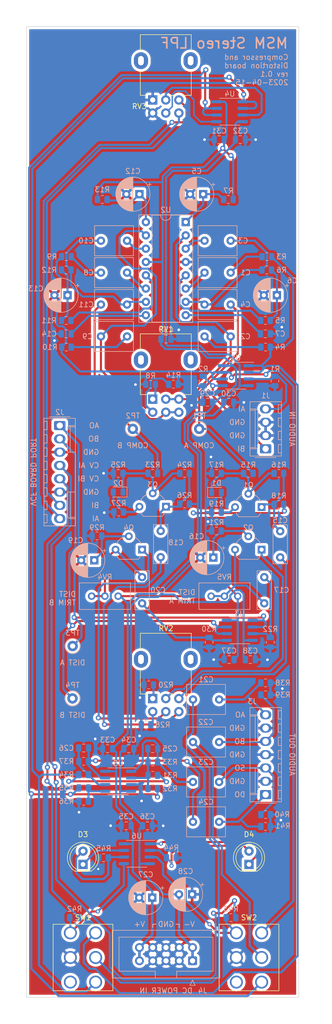
<source format=kicad_pcb>
(kicad_pcb (version 20221018) (generator pcbnew)
  (title_block (title "MSM Stereo VCF compressor and distortion board") (date "2023-04-15") (rev "0.1") (comment 1 "creativecommons.org/licenses/by/4.0") (comment 2 "License: CC by 4.0") (comment 3 "Drawn by: Jordan Aceto"))
  (layers (0 "F.Cu" signal) (31 "B.Cu" signal) (34 "B.Paste" user) (35 "F.Paste" user) (36 "B.SilkS" user "B.Silkscreen") (37 "F.SilkS" user "F.Silkscreen") (38 "B.Mask" user) (39 "F.Mask" user) (44 "Edge.Cuts" user))
  (net 0 "")
  (net 1 "/sum_diff_amp/SUM_OUT")
  (net 2 "Net-(C1-Pad1)")
  (net 3 "/sum_diff_amp/DIFFERENCE_OUT")
  (net 4 "Net-(C1-Pad2)")
  (net 5 "Net-(C2-Pad1)")
  (net 6 "Net-(C2-Pad2)")
  (net 7 "Net-(C3-Pad2)")
  (net 8 "Net-(C3-Pad1)")
  (net 9 "Net-(C5-Pad1)")
  (net 10 "Net-(C8-Pad2)")
  (net 11 "Net-(C6-Pad1)")
  (net 12 "GND")
  (net 13 "Net-(C7-Pad1)")
  (net 14 "/distortion_B/SIGNAL_OUT")
  (net 15 "Net-(C8-Pad1)")
  (net 16 "/DRY_B")
  (net 17 "Net-(C10-Pad1)")
  (net 18 "Net-(C10-Pad2)")
  (net 19 "Net-(C12-Pad1)")
  (net 20 "Net-(C13-Pad1)")
  (net 21 "Net-(C14-Pad1)")
  (net 22 "Net-(C15-Pad1)")
  (net 23 "+15V")
  (net 24 "-15V")
  (net 25 "Net-(C15-Pad2)")
  (net 26 "Net-(C16-Pad1)")
  (net 27 "Net-(C17-Pad1)")
  (net 28 "/distortion_A/SIGNAL_OUT")
  (net 29 "/DRY_A")
  (net 30 "Net-(C17-Pad2)")
  (net 31 "Net-(C18-Pad1)")
  (net 32 "Net-(C18-Pad2)")
  (net 33 "Net-(C19-Pad1)")
  (net 34 "Net-(C20-Pad1)")
  (net 35 "Net-(D1-Pad1)")
  (net 36 "Net-(D1-Pad2)")
  (net 37 "Net-(D2-Pad1)")
  (net 38 "Net-(D2-Pad2)")
  (net 39 "Net-(D3-Pad1)")
  (net 40 "Net-(D3-Pad2)")
  (net 41 "Net-(D4-Pad1)")
  (net 42 "Net-(D4-Pad2)")
  (net 43 "/input_buffer_A/SIGNAL_IN")
  (net 44 "/input_buffer_B/SIGNAL_IN")
  (net 45 "Net-(Q2-Pad1)")
  (net 46 "Net-(Q4-Pad1)")
  (net 47 "/led_drivers/CV_A_IN")
  (net 48 "/led_drivers/CV_B_IN")
  (net 49 "/compressor_B/SIGNAL_OUT")
  (net 50 "Net-(C20-Pad2)")
  (net 51 "Net-(C9-Pad1)")
  (net 52 "Net-(C21-Pad1)")
  (net 53 "/compressor_A/SIGNAL_OUT")
  (net 54 "Net-(C21-Pad2)")
  (net 55 "/WET_A")
  (net 56 "/WET_B")
  (net 57 "Net-(C9-Pad2)")
  (net 58 "Net-(C22-Pad1)")
  (net 59 "/output_buffer_A/SIGNAL_IN")
  (net 60 "/output_buffer_B/SIGNAL_IN")
  (net 63 "Net-(C22-Pad2)")
  (net 64 "Net-(C23-Pad2)")
  (net 65 "Net-(J2-Pad4)")
  (net 66 "Net-(J2-Pad5)")
  (net 67 "Net-(J2-Pad7)")
  (net 68 "Net-(J2-Pad8)")
  (net 69 "Net-(C24-Pad2)")
  (net 70 "Net-(C25-Pad1)")
  (net 71 "Net-(C26-Pad1)")
  (net 72 "Net-(R5-Pad2)")
  (net 73 "Net-(R8-Pad1)")
  (net 74 "Net-(R11-Pad2)")
  (net 75 "Net-(R14-Pad1)")
  (net 76 "Net-(R20-Pad1)")
  (net 77 "Net-(R28-Pad1)")
  (net 78 "Net-(R35-Pad2)")
  (footprint "Potentiometer_THT:Potentiometer_Alpha_RD902F-40-00D_Dual_Vertical" (layer "F.Cu") (at 106.68 172.8 90)
    (fp_text reference "RV2")
    (fp_text value "100k")
  )
  (footprint "custom_footprints:DPDT_mini_toggle" (layer "F.Cu") (at 125.095 222.25)
    (fp_text reference "SW2")
    (fp_text value "bypass_switch_B")
  )
  (footprint "custom_footprints:DPDT_mini_toggle" (layer "F.Cu") (at 93.345 222.25)
    (fp_text reference "SW1")
    (fp_text value "bypass_switch_A")
  )
  (footprint "Potentiometer_THT:Potentiometer_Alpha_RD902F-40-00D_Dual_Vertical" (layer "F.Cu") (at 106.68 58.46 90)
    (fp_text reference "RV3")
    (fp_text value "100k")
  )
  (footprint "LED_THT:LED_D5.0mm" (layer "F.Cu") (at 125.095 204.475 90)
    (fp_text reference "D4")
    (fp_text value "red_green")
  )
  (footprint "Potentiometer_THT:Potentiometer_Alpha_RD902F-40-00D_Dual_Vertical" (layer "F.Cu") (at 106.68 115.61 90)
    (fp_text reference "RV1")
    (fp_text value "100k")
  )
  (footprint "LED_THT:LED_D5.0mm" (layer "F.Cu") (at 93.345 204.475 90)
    (fp_text reference "D3")
    (fp_text value "red_green")
  )
  (footprint "Capacitor_SMD:C_0805_2012Metric" (layer "B.Cu") (at 90.13 103.124 180)
    (fp_text reference "C14")
    (fp_text value "220p")
  )
  (footprint "TestPoint:TestPoint_Keystone_5000-5004_Miniature" (layer "B.Cu") (at 91.3384 172.7708 180)
    (fp_text reference "TP4")
    (fp_text value "distortion_B")
  )
  (footprint "Capacitor_THT:CP_Radial_D6.3mm_P2.50mm" (layer "B.Cu") (at 118.27638 145.868 180)
    (fp_text reference "C16")
    (fp_text value "10u")
  )
  (footprint "Resistor_SMD:R_0805_2012Metric" (layer "B.Cu") (at 129.159 162.052 -90)
    (fp_text reference "R22")
    (fp_text value "100k")
  )
  (footprint "Capacitor_THT:C_Rect_L7.2mm_W2.5mm_P5.00mm_FKS2_FKP2_MKS2_MKP2" (layer "B.Cu") (at 131.064 140.828 -90)
    (fp_text reference "C15")
    (fp_text value "100n")
  )
  (footprint "Package_TO_SOT_THT:TO-92_Wide" (layer "B.Cu") (at 104.648 144.344 180)
    (fp_text reference "Q4")
    (fp_text value "BF245A")
  )
  (footprint "Resistor_SMD:R_0805_2012Metric" (layer "B.Cu") (at 110.236 203.2 180)
    (fp_text reference "R44")
    (fp_text value "100")
  )
  (footprint "Capacitor_THT:C_Rect_L7.2mm_W5.5mm_P5.00mm_FKS2_FKP2_MKS2_MKP2" (layer "B.Cu") (at 101.774 91.44 180)
    (fp_text reference "C8")
    (fp_text value "1u")
  )
  (footprint "Connector_Molex:Molex_KK-254_AE-6410-04A_1x04_P2.54mm_Vertical" (layer "B.Cu") (at 128.27 125.095 90)
    (fp_text reference "J1")
    (fp_text value "dry_in")
  )
  (footprint "Capacitor_SMD:C_0805_2012Metric" (layer "B.Cu") (at 121.224 116.205 180)
    (fp_text reference "C30")
    (fp_text value "100n")
  )
  (footprint "Capacitor_SMD:C_0805_2012Metric" (layer "B.Cu") (at 105.664 197.104 180)
    (fp_text reference "C36")
    (fp_text value "100n")
  )
  (footprint "Capacitor_SMD:C_0805_2012Metric" (layer "B.Cu") (at 125.349 165.354 180)
    (fp_text reference "C38")
    (fp_text value "100n")
  )
  (footprint "Capacitor_THT:C_Rect_L7.2mm_W5.5mm_P5.00mm_FKS2_FKP2_MKS2_MKP2" (layer "B.Cu") (at 114.38 188.722)
    (fp_text reference "C23")
    (fp_text value "1u")
  )
  (footprint "Capacitor_THT:CP_Radial_D6.3mm_P2.50mm" (layer "B.Cu") (at 114.21238 210.185 180)
    (fp_text reference "C28")
    (fp_text value "10u")
  )
  (footprint "Capacitor_THT:C_Rect_L7.2mm_W2.5mm_P5.00mm_FKS2_FKP2_MKS2_MKP2" (layer "B.Cu") (at 128.016 154.606 90)
    (fp_text reference "C17")
    (fp_text value "100n")
  )
  (footprint "Capacitor_THT:CP_Radial_D6.3mm_P2.50mm" (layer "B.Cu") (at 90.384 95.758 180)
    (fp_text reference "C13")
    (fp_text value "10u")
  )
  (footprint "Capacitor_THT:C_Rect_L7.2mm_W5.5mm_P5.00mm_FKS2_FKP2_MKS2_MKP2" (layer "B.Cu") (at 116.586 85.344)
    (fp_text reference "C3")
    (fp_text value "1u")
  )
  (footprint "Connector_IDC:IDC-Header_2x05_P2.54mm_Vertical" (layer "B.Cu") (at 114.3 222.885 90)
    (fp_text reference "J4")
    (fp_text value "power_entry")
  )
  (footprint "Capacitor_THT:C_Rect_L7.2mm_W5.5mm_P5.00mm_FKS2_FKP2_MKS2_MKP2" (layer "B.Cu") (at 96.774 97.536)
    (fp_text reference "C11")
    (fp_text value "1u")
  )
  (footprint "Resistor_SMD:R_0805_2012Metric" (layer "B.Cu") (at 93.472 184.785)
    (fp_text reference "R37")
    (fp_text value "100k")
  )
  (footprint "Resistor_SMD:R_0805_2012Metric" (layer "B.Cu") (at 110.6405 112.776)
    (fp_text reference "R14")
    (fp_text value "22k")
  )
  (footprint "Resistor_SMD:R_0805_2012Metric" (layer "B.Cu") (at 100.1795 137.16 180)
    (fp_text reference "R27")
    (fp_text value "2k")
  )
  (footprint "Resistor_SMD:R_0805_2012Metric" (layer "B.Cu") (at 117.475 162.052 -90)
    (fp_text reference "R30")
    (fp_text value "100k")
  )
  (footprint "Resistor_SMD:R_0805_2012Metric" (layer "B.Cu") (at 128.27 172.085)
    (fp_text reference "R39")
    (fp_text value "100k")
  )
  (footprint "LED_SMD:LED_0805_2012Metric" (layer "B.Cu") (at 100.076 133.35 180)
    (fp_text reference "D2")
    (fp_text value "red")
  )
  (footprint "Resistor_SMD:R_0805_2012Metric" (layer "B.Cu") (at 106.2755 112.776 180)
    (fp_text reference "R8")
    (fp_text value "22k")
  )
  (footprint "Resistor_SMD:R_0805_2012Metric" (layer "B.Cu") (at 128.524 88.392)
    (fp_text reference "R3")
    (fp_text value "10k")
  )
  (footprint "Capacitor_SMD:C_0805_2012Metric" (layer "B.Cu") (at 102.108 182.372 180)
    (fp_text reference "C34")
    (fp_text value "100n")
  )
  (footprint "Capacitor_THT:C_Rect_L7.2mm_W2.5mm_P5.00mm_FKS2_FKP2_MKS2_MKP2" (layer "B.Cu") (at 104.648 149.606 -90)
    (fp_text reference "C20")
    (fp_text value "100n")
  )
  (footprint "Capacitor_THT:C_Rect_L7.2mm_W2.5mm_P5.00mm_FKS2_FKP2_MKS2_MKP2" (layer "B.Cu") (at 108.204 140.788 -90)
    (fp_text reference "C18")
    (fp_text value "100n")
  )
  (footprint "Capacitor_THT:C_Rect_L7.2mm_W5.5mm_P5.00mm_FKS2_FKP2_MKS2_MKP2" (layer "B.Cu") (at 114.38 196.342)
    (fp_text reference "C24")
    (fp_text value "1u")
  )
  (footprint "Capacitor_THT:C_Rect_L7.2mm_W5.5mm_P5.00mm_FKS2_FKP2_MKS2_MKP2" (layer "B.Cu") (at 114.38 181.102)
    (fp_text reference "C22")
    (fp_text value "1u")
  )
  (footprint "Resistor_SMD:R_0805_2012Metric" (layer "B.Cu") (at 128.23 100.584 180)
    (fp_text reference "R5")
    (fp_text value "47k")
  )
  (footprint "Connector_Molex:Molex_KK-254_AE-6410-07A_1x07_P2.54mm_Vertical" (layer "B.Cu") (at 128.27 191.135 90)
    (fp_text reference "J3")
    (fp_text value "final_out")
  )
  (footprint "Capacitor_THT:C_Rect_L7.2mm_W5.5mm_P5.00mm_FKS2_FKP2_MKS2_MKP2" (layer "B.Cu") (at 101.774 85.344 180)
    (fp_text reference "C10")
    (fp_text value "1u")
  )
  (footprint "TestPoint:TestPoint_Keystone_5000-5004_Miniature" (layer "B.Cu") (at 91.3638 162.7632 180)
    (fp_text reference "TP3")
    (fp_text value "distortion_A")
  )
  (footprint "Resistor_SMD:R_0805_2012Metric" (layer "B.Cu") (at 106.68 189.992 180)
    (fp_text reference "R32")
    (fp_text value "100k")
  )
  (footprint "Capacitor_SMD:C_0805_2012Metric" (layer "B.Cu") (at 101.6 197.104 180)
    (fp_text reference "C35")
    (fp_text value "100n")
  )
  (footprint "Resistor_SMD:R_0805_2012Metric" (layer "B.Cu") (at 91.7175 214.63 180)
    (fp_text reference "R42")
    (fp_text value "100k")
  )
  (footprint "Resistor_SMD:R_0805_2012Metric" (layer "B.Cu") (at 97.282 203.2)
    (fp_text reference "R45")
    (fp_text value "100")
  )
  (footprint "Resistor_SMD:R_0805_2012Metric" (layer "B.Cu") (at 90.17 105.664 180)
    (fp_text reference "R10")
    (fp_text value "3k3")
  )
  (footprint "Resistor_SMD:R_0805_2012Metric" (layer "B.Cu") (at 128.27 197.231)
    (fp_text reference "R41")
    (fp_text value "100k")
  )
  (footprint "Potentiometer_THT:Potentiometer_Bourns_3296W_Vertical" (layer "B.Cu") (at 117.856 153.234 180)
    (fp_text reference "RV5")
    (fp_text value "50k")
  )
  (footprint "Capacitor_THT:C_Rect_L7.2mm_W5.5mm_P5.00mm_FKS2_FKP2_MKS2_MKP2" (layer "B.Cu") (at 121.586 103.632 180)
    (fp_text reference "C2")
    (fp_text value "1u")
  )
  (footprint "Capacitor_THT:CP_Radial_D6.3mm_P2.50mm" (layer "B.Cu") (at 116.332 76.454 180)
    (fp_text reference "C5")
    (fp_text value "2u2")
  )
  (footprint "Resistor_SMD:R_0805_2012Metric" (layer "B.Cu") (at 128.484 90.932)
    (fp_text reference "R6")
    (fp_text value "47k")
  )
  (footprint "Capacitor_THT:C_Rect_L7.2mm_W5.5mm_P5.00mm_FKS2_FKP2_MKS2_MKP2" (layer "B.Cu") (at 116.586 91.44)
    (fp_text reference "C1")
    (fp_text value "1u")
  )
  (footprint "Resistor_SMD:R_0805_2012Metric" (layer "B.Cu") (at 93.472 189.865)
    (fp_text reference "R35")
    (fp_text value "100k")
  )
  (footprint "Resistor_SMD:R_0805_2012Metric" (layer "B.Cu") (at 90.17 88.392 180)
    (fp_text reference "R9")
    (fp_text value "10k")
  )
  (footprint "Resistor_SMD:R_0805_2012Metric" (layer "B.Cu") (at 93.472 192.405 180)
    (fp_text reference "R36")
    (fp_text value "100k")
  )
  (footprint "Capacitor_THT:CP_Radial_D6.3mm_P2.50mm" (layer "B.Cu") (at 95.504 146.384 180)
    (fp_text reference "C19")
    (fp_text value "10u")
  )
  (footprint "Capacitor_THT:C_Rect_L7.2mm_W5.5mm_P5.00mm_FKS2_FKP2_MKS2_MKP2" (layer "B.Cu") (at 96.774 103.632)
    (fp_text reference "C9")
    (fp_text value "1u")
  )
  (footprint "Resistor_SMD:R_0805_2012Metric" (layer "B.Cu") (at 121.15862 77.47 180)
    (fp_text reference "R7")
    (fp_text value "2M2")
  )
  (footprint "Resistor_SMD:R_0805_2012Metric" (layer "B.Cu") (at 100.076 129.794 180)
    (fp_text reference "R25")
    (fp_text value "1M")
  )
  (footprint "Resistor_SMD:R_0805_2012Metric" (layer "B.Cu") (at 96.012 141.732 180)
    (fp_text reference "R29")
    (fp_text value "1k")
  )
  (footprint "Resistor_SMD:R_0805_2012Metric" (layer "B.Cu") (at 118.872 140.788 180)
    (fp_text reference "R21")
    (fp_text value "1k")
  )
  (footprint "Capacitor_SMD:C_0805_2012Metric" (layer "B.Cu") (at 119.38 66.04 180)
    (fp_text reference "C31")
    (fp_text value "100n")
  )
  (footprint "Resistor_SMD:R_0805_2012Metric" (layer "B.Cu") (at 128.27 169.799 180)
    (fp_text reference "R38")
    (fp_text value "100k")
  )
  (footprint "TestPoint:TestPoint_Keystone_5000-5004_Miniature" (layer "B.Cu") (at 102.87 121.285 180)
    (fp_text reference "TP2")
    (fp_text value "compressor_B")
  )
  (footprint "LED_SMD:LED_0805_2012Metric" (layer "B.Cu") (at 118.872 133.422)
    (fp_text reference "D1")
    (fp_text value "red")
  )
  (footprint "Package_TO_SOT_THT:TO-92_Wide" (layer "B.Cu") (at 109.22 136.144 180)
    (fp_text reference "Q3")
    (fp_text value "BS170")
  )
  (footprint "Capacitor_THT:C_Rect_L7.2mm_W5.5mm_P5.00mm_FKS2_FKP2_MKS2_MKP2" (layer "B.Cu") (at 114.38 172.974)
    (fp_text reference "C21")
    (fp_text value "1u")
  )
  (footprint "Package_SO:SOIC-8_3.9x4.9mm_P1.27mm" (layer "B.Cu") (at 121.412 60.706 180)
    (fp_text reference "U4")
    (fp_text value "TL072")
  )
  (footprint "Package_SO:SOIC-8_3.9x4.9mm_P1.27mm" (layer "B.Cu") (at 123.317 159.766 180)
    (fp_text reference "U3")
    (fp_text value "TL072")
  )
  (footprint "Package_TO_SOT_THT:TO-92_Wide" (layer "B.Cu") (at 127.508 136.224 180)
    (fp_text reference "Q1")
    (fp_text value "BS170")
  )
  (footprint "Resistor_SMD:R_0805_2012Metric" (layer "B.Cu") (at 128.27 105.664)
    (fp_text reference "R4")
    (fp_text value "3k3")
  )
  (footprint "Capacitor_SMD:C_0805_2012Metric" (layer "B.Cu") (at 128.23 103.124)
    (fp_text reference "C7")
    (fp_text value "220p")
  )
  (footprint "Resistor_SMD:R_0805_2012Metric" (layer "B.Cu") (at 90.13 100.584)
    (fp_text reference "R11")
    (fp_text value "47k")
  )
  (footprint "Package_TO_SOT_THT:TO-92_Wide" (layer "B.Cu") (at 127.508 144.352 180)
    (fp_text reference "Q2")
    (fp_text value "BF245A")
  )
  (footprint "Capacitor_SMD:C_0805_2012Metric" (layer "B.Cu") (at 93.472 182.245)
    (fp_text reference "C26")
    (fp_text value "100p")
  )
  (footprint "Resistor_SMD:R_0805_2012Metric" (layer "B.Cu") (at 106.68 129.794 180)
    (fp_text reference "R23")
    (fp_text value "1k")
  )
  (footprint "Capacitor_SMD:C_0805_2012Metric" (layer "B.Cu") (at 121.285 165.354 180)
    (fp_text reference "C37")
    (fp_text value "100n")
  )
  (footprint "Connector_Molex:Molex_KK-254_AE-6410-08A_1x08_P2.54mm_Vertical" (layer "B.Cu") (at 88.9 120.65 -90)
    (fp_text reference "J2")
    (fp_text value "vcf_board_send_receive")
  )
  (footprint "Capacitor_SMD:C_0805_2012Metric" (layer "B.Cu") (at 98.044 182.372 180)
    (fp_text reference "C33")
    (fp_text value "100n")
  )
  (footprint "Capacitor_THT:CP_Radial_D6.3mm_P2.50mm" (layer "B.Cu") (at 106.59238 210.82 180)
    (fp_text reference "C27")
    (fp_text value "10u")
  )
  (footprint "Resistor_SMD:R_0805_2012Metric" (layer "B.Cu") (at 112.776 135.636 180)
    (fp_text reference "R26")
    (fp_text value "4k7")
  )
  (footprint "Resistor_SMD:R_0805_2012Metric" (layer "B.Cu") (at 124.968 129.794 180)
    (fp_text reference "R15")
    (fp_text value "1k")
  )
  (footprint "Resistor_SMD:R_0805_2012Metric" (layer "B.Cu") (at 121.6425 214.63 180)
    (fp_text reference "R43")
    (fp_text value "100k")
  )
  (footprint "Resistor_SMD:R_0805_2012Metric" (layer "B.Cu") (at 105.41 177.8 180)
    (fp_text reference "R28")
    (fp_text value "10k")
  )
  (footprint "Resistor_SMD:R_0805_2012Metric" (layer "B.Cu") (at 105.918 170.18 180)
    (fp_text reference "R20")
    (fp_text value "10k")
  )
  (footprint "Resistor_SMD:R_0805_2012Metric" (layer "B.Cu") (at 128.27 194.945 180)
    (fp_text reference "R40")
    (fp_text value "100k")
  )
  (footprint "Resistor_SMD:R_0805_2012Metric" (layer "B.Cu") (at 112.776 129.794 180)
    (fp_text reference "R24")
    (fp_text value "1M")
  )
  (footprint "Resistor_SMD:R_0805_2012Metric" (layer "B.Cu") (at 118.872 129.794 180)
    (fp_text reference "R17")
    (fp_text value "1M")
  )
  (footprint "Package_SO:SOIC-8_3.9x4.9mm_P1.27mm" (layer "B.Cu") (at 122.555 111.125 180)
    (fp_text reference "U1")
    (fp_text value "TL072")
  )
  (footprint "Capacitor_SMD:C_0805_2012Metric" (layer "B.Cu") (at 117.16 116.205 180)
    (fp_text reference "C29")
    (fp_text value "100n")
  )
  (footprint "Package_SO:SOIC-8_3.9x4.9mm_P1.27mm" (layer "B.Cu") (at 100.076 188.595 180)
    (fp_text reference "U5")
    (fp_text value "TL072")
  )
  (footprint "Capacitor_THT:CP_Radial_D6.3mm_P2.50mm" (layer "B.Cu") (at 130.42838 95.758 180)
    (fp_text reference "C6")
    (fp_text value "10u")
  )
  (footprint "Capacitor_THT:C_Rect_L7.2mm_W5.5mm_P5.00mm_FKS2_FKP2_MKS2_MKP2" (layer "B.Cu") (at 121.586 97.536 180)
    (fp_text reference "C4")
    (fp_text value "1u")
  )
  (footprint "Resistor_SMD:R_0805_2012Metric" (layer "B.Cu") (at 90.13 90.932 180)
    (fp_text reference "R12")
    (fp_text value "47k")
  )
  (footprint "Resistor_SMD:R_0805_2012Metric" (layer "B.Cu") (at 130.81 135.708 180)
    (fp_text reference "R18")
    (fp_text value "4k7")
  )
  (footprint "Capacitor_THT:CP_Radial_D6.3mm_P2.50mm" (layer "B.Cu") (at 104.14 76.454 180)
    (fp_text reference "C12")
    (fp_text value "2u2")
  )
  (footprint "Resistor_SMD:R_0805_2012Metric" (layer "B.Cu") (at 97.02862 77.47)
    (fp_text reference "R13")
    (fp_text value "2M2")
  )
  (footprint "Resistor_SMD:R_0805_2012Metric" (layer "B.Cu") (at 130.048 112.141 -90)
    (fp_text reference "R1")
    (fp_text value "470k")
  )
  (footprint "Resistor_SMD:R_0805_2012Metric" (layer "B.Cu") (at 93.472 187.325)
    (fp_text reference "R34")
    (fp_text value "100k")
  )
  (footprint "Capacitor_SMD:C_0805_2012Metric" (layer "B.Cu") (at 109.22 104.14)
    (fp_text reference "C39")
    (fp_text value "100n")
  )
  (footprint "Capacitor_SMD:C_0805_2012Metric" (layer "B.Cu") (at 123.444 66.04 180)
    (fp_text reference "C32")
    (fp_text value "100n")
  )
  (footprint "Potentiometer_THT:Potentiometer_Bourns_3296W_Vertical" (layer "B.Cu") (at 94.996 153.234 180)
    (fp_text reference "RV4")
    (fp_text value "50k")
  )
  (footprint "Resistor_SMD:R_0805_2012Metric" (layer "B.Cu") (at 106.68 184.912)
    (fp_text reference "R33")
    (fp_text value "100k")
  )
  (footprint "Resistor_SMD:R_0805_2012Metric" (layer "B.Cu") (at 116.332 112.141 -90)
    (fp_text reference "R2")
    (fp_text value "470k")
  )
  (footprint "Package_SO:SOIC-8_3.9x4.9mm_P1.27mm" (layer "B.Cu") (at 103.632 202.438 180)
    (fp_text reference "U6")
    (fp_text value "TL072")
  )
  (footprint "Resistor_SMD:R_0805_2012Metric" (layer "B.Cu") (at 106.68 187.452 180)
    (fp_text reference "R31")
    (fp_text value "100k")
  )
  (footprint "Capacitor_SMD:C_0805_2012Metric" (layer "B.Cu") (at 106.68 182.372)
    (fp_text reference "C25")
    (fp_text value "100p")
  )
  (footprint "TestPoint:TestPoint_Keystone_5000-5004_Miniature" (layer "B.Cu") (at 115.57 121.285 180)
    (fp_text reference "TP1")
    (fp_text value "compressor_A")
  )
  (footprint "Resistor_SMD:R_0805_2012Metric" (layer "B.Cu") (at 118.872 137.232 180)
    (fp_text reference "R19")
    (fp_text value "2k")
  )
  (footprint "Package_DIP:DIP-16_W7.62mm_Socket" (layer "B.Cu") (at 112.99 81.788 180)
    (fp_text reference "U2")
    (fp_text value "NE570")
  )
  (footprint "Resistor_SMD:R_0805_2012Metric" (layer "B.Cu") (at 130.81 129.794 180)
    (fp_text reference "R16")
    (fp_text value "1M")
  )
  (gr_line (start 107.315 215.9) (end 106.68 215.9) (stroke (width 0.15)) (layer "B.SilkS"))
  (gr_line (start 111.125 215.9) (end 111.76 215.9) (stroke (width 0.15)) (layer "B.SilkS"))
  (gr_line (start 106.68 215.9) (end 106.68 216.535) (stroke (width 0.15)) (layer "B.SilkS"))
  (gr_line (start 111.76 215.9) (end 111.76 216.535) (stroke (width 0.15)) (layer "B.SilkS"))
  (gr_line (start 82.55 44.45) (end 82.55 229.87) (stroke (width 0.1)) (layer "Edge.Cuts"))
  (gr_line (start 134.62 229.87) (end 134.62 44.45) (stroke (width 0.1)) (layer "Edge.Cuts"))
  (gr_line (start 82.55 229.87) (end 134.62 229.87) (stroke (width 0.1)) (layer "Edge.Cuts"))
  (gr_line (start 134.62 44.45) (end 82.55 44.45) (stroke (width 0.1)) (layer "Edge.Cuts"))
  (gr_text "DC POWER IN" (at 109.22 228.6) (layer "B.SilkS") (effects (font (size 1 1)) (justify mirror)))
  (gr_text "DIST\nTRIM A" (at 114.935 153.319) (layer "B.SilkS") (effects (font (size 1 1)) (justify left mirror)))
  (gr_text "BO" (at 124.46 180.975) (layer "B.SilkS") (effects (font (size 1 1)) (justify left mirror)))
  (gr_text "COMP B" (at 102.87 124.46) (layer "B.SilkS") (effects (font (size 1 1)) (justify mirror)))
  (gr_text "GND" (at 124.46 122.555) (layer "B.SilkS") (effects (font (size 1 1)) (justify left mirror)))
  (gr_text "GND" (at 124.46 120.015) (layer "B.SilkS") (effects (font (size 1 1)) (justify left mirror)))
  (gr_text "AI" (at 96.52 138.43) (layer "B.SilkS") (effects (font (size 1 1)) (justify left mirror)))
  (gr_text "DO" (at 124.46 191.135) (layer "B.SilkS") (effects (font (size 1 1)) (justify left mirror)))
  (gr_text "COMP A" (at 115.57 124.46) (layer "B.SilkS") (effects (font (size 1 1)) (justify mirror)))
  (gr_text "AUDIO OUT" (at 133.35 183.515 270) (layer "B.SilkS") (effects (font (size 1 1)) (justify mirror)))
  (gr_text "DIST\nTRIM B" (at 92.075 153.67) (layer "B.SilkS") (effects (font (size 1 1)) (justify left mirror)))
  (gr_text "BO" (at 96.52 123.19) (layer "B.SilkS") (effects (font (size 1 1)) (justify left mirror)))
  (gr_text "Compressor and\nDistortion board\nrev 0.1\n2023-04-15" (at 132.715 52.705) (layer "B.SilkS") (effects (font (size 1 1)) (justify left mirror)))
  (gr_text "AO" (at 124.46 175.895) (layer "B.SilkS") (effects (font (size 1 1)) (justify left mirror)))
  (gr_text "BI" (at 96.52 135.89) (layer "B.SilkS") (effects (font (size 1 1)) (justify left mirror)))
  (gr_text "V+" (at 104.14 215.9) (layer "B.SilkS") (effects (font (size 1 1)) (justify mirror)))
  (gr_text "CV AI" (at 96.52 128.27) (layer "B.SilkS") (effects (font (size 1 1)) (justify left mirror)))
  (gr_text "GND" (at 124.46 183.515) (layer "B.SilkS") (effects (font (size 1 1)) (justify left mirror)))
  (gr_text "VCF BOARD PORT" (at 83.82 129.54 270) (layer "B.SilkS") (effects (font (size 1 1)) (justify mirror)))
  (gr_text "SO" (at 124.46 186.055) (layer "B.SilkS") (effects (font (size 1 1)) (justify left mirror)))
  (gr_text "DIST A" (at 91.3638 165.9382) (layer "B.SilkS") (effects (font (size 1 1)) (justify mirror)))
  (gr_text "AO" (at 96.52 120.65) (layer "B.SilkS") (effects (font (size 1 1)) (justify left mirror)))
  (gr_text "DIST B" (at 91.3384 175.9458) (layer "B.SilkS") (effects (font (size 1 1)) (justify mirror)))
  (gr_text "GND" (at 109.22 215.9) (layer "B.SilkS") (effects (font (size 1 1)) (justify mirror)))
  (gr_text "CV BI" (at 96.52 130.81) (layer "B.SilkS") (effects (font (size 1 1)) (justify left mirror)))
  (gr_text "GND" (at 96.52 133.35) (layer "B.SilkS") (effects (font (size 1 1)) (justify left mirror)))
  (gr_text "AUDIO IN" (at 133.35 121.285 270) (layer "B.SilkS") (effects (font (size 1 1)) (justify mirror)))
  (gr_text "BI" (at 124.46 125.095) (layer "B.SilkS") (effects (font (size 1 1)) (justify left mirror)))
  (gr_text "AI" (at 124.46 117.475) (layer "B.SilkS") (effects (font (size 1 1)) (justify left mirror)))
  (gr_text "GND" (at 96.52 125.73) (layer "B.SilkS") (effects (font (size 1 1)) (justify left mirror)))
  (gr_text "GND" (at 124.46 188.595) (layer "B.SilkS") (effects (font (size 1 1)) (justify left mirror)))
  (gr_text "V-" (at 113.665 215.9) (layer "B.SilkS") (effects (font (size 1 1)) (justify mirror)))
  (gr_text "GND" (at 124.46 178.435) (layer "B.SilkS") (effects (font (size 1 1)) (justify left mirror)))
  (gr_text "MSM Stereo LPF" (at 132.715 47.625) (layer "B.SilkS") (effects (font (size 2 2) (thickness 0.3)) (justify left mirror)))
  (segment (start 107.63 184.8745) (end 107.5925 184.912) (width 0.4) (layer "B.Cu") (net 1))
  (segment (start 107.5925 184.912) (end 111.4025 188.722) (width 0.4) (layer "B.Cu") (net 1))
  (segment (start 104.764911 185.049089) (end 104.764911 181.493089) (width 0.4) (layer "B.Cu") (net 1))
  (segment (start 104.764911 181.493089) (end 105.41 180.848) (width 0.4) (layer "B.Cu") (net 1))
  (segment (start 106.934 180.848) (end 107.63 181.544) (width 0.4) (layer "B.Cu") (net 1))
  (segment (start 111.4025 188.722) (end 114.38 188.722) (width 0.4) (layer "B.Cu") (net 1))
  (segment (start 107.63 182.372) (end 107.63 184.8745) (width 0.4) (layer "B.Cu") (net 1))
  (segment (start 105.41 180.848) (end 106.934 180.848) (width 0.4) (layer "B.Cu") (net 1))
  (segment (start 103.124 186.69) (end 104.764911 185.049089) (width 0.4) (layer "B.Cu") (net 1))
  (segment (start 107.63 181.544) (end 107.63 182.372) (width 0.4) (layer "B.Cu") (net 1))
  (segment (start 102.551 186.69) (end 103.124 186.69) (width 0.4) (layer "B.Cu") (net 1))
  (segment (start 113.538 94.488) (end 112.99 94.488) (width 0.4) (layer "B.Cu") (net 2))
  (segment (start 116.586 91.44) (end 113.538 94.488) (width 0.4) (layer "B.Cu") (net 2))
  (segment (start 113.2332 184.785) (end 113.1062 184.658) (width 0.4) (layer "F.Cu") (net 3))
  (segment (start 113.1062 184.658) (end 95.758 184.658) (width 0.4) (layer "F.Cu") (net 3))
  (via (at 95.758 184.658) (size 1) (drill 0.5) (layers "F.Cu" "B.Cu") (net 3))
  (via (at 113.2332 184.785) (size 1) (drill 0.5) (layers "F.Cu" "B.Cu") (net 3))
  (segment (start 96.774 187.96) (end 94.3845 185.5705) (width 0.4) (layer "B.Cu") (net 3))
  (segment (start 114.38 190.8772) (end 115.579511 189.677689) (width 0.4) (layer "B.Cu") (net 3))
  (segment (start 95.758 184.658) (end 94.5115 184.658) (width 0.4) (layer "B.Cu") (net 3))
  (segment (start 115.579511 187.131311) (end 113.2332 184.785) (width 0.4) (layer "B.Cu") (net 3))
  (segment (start 94.422 184.7475) (end 94.3845 184.785) (width 0.4) (layer "B.Cu") (net 3))
  (segment (start 94.422 182.245) (end 94.422 184.7475) (width 0.4) (layer "B.Cu") (net 3))
  (segment (start 94.3845 185.5705) (end 94.3845 184.785) (width 0.4) (layer "B.Cu") (net 3))
  (segment (start 115.579511 189.677689) (end 115.579511 187.131311) (width 0.4) (layer "B.Cu") (net 3))
  (segment (start 94.5115 184.658) (end 94.3845 184.785) (width 0.4) (layer "B.Cu") (net 3))
  (segment (start 114.38 196.342) (end 114.38 190.8772) (width 0.4) (layer "B.Cu") (net 3))
  (segment (start 97.601 187.96) (end 96.774 187.96) (width 0.4) (layer "B.Cu") (net 3))
  (segment (start 124.634 88.392) (end 121.586 91.44) (width 0.4) (layer "B.Cu") (net 4))
  (segment (start 127.6115 88.392) (end 124.634 88.392) (width 0.4) (layer "B.Cu") (net 4))
  (segment (start 111.68 115.61) (end 113.498 115.61) (width 0.4) (layer "F.Cu") (net 5))
  (segment (start 121.586 107.522) (end 121.586 103.632) (width 0.4) (layer "F.Cu") (net 5))
  (segment (start 113.498 115.61) (end 121.586 107.522) (width 0.4) (layer "F.Cu") (net 5))
  (segment (start 111.190978 86.127022) (end 111.190978 99.862578) (width 0.4) (layer "B.Cu") (net 5))
  (segment (start 109.18 115.61) (end 111.68 115.61) (width 0.4) (layer "B.Cu") (net 5))
  (segment (start 112.99 84.328) (end 111.190978 86.127022) (width 0.4) (layer "B.Cu") (net 5))
  (segment (start 118.8428 100.8888) (end 121.586 103.632) (width 0.4) (layer "B.Cu") (net 5))
  (segment (start 112.2172 100.8888) (end 118.8428 100.8888) (width 0.4) (layer "B.Cu") (net 5))
  (segment (start 111.190978 99.862578) (end 112.2172 100.8888) (width 0.4) (layer "B.Cu") (net 5))
  (segment (start 127.3575 105.664) (end 118.618 105.664) (width 0.4) (layer "B.Cu") (net 6))
  (segment (start 118.618 105.664) (end 116.586 103.632) (width 0.4) (layer "B.Cu") (net 6))
  (segment (start 126.194559 85.344) (end 121.586 85.344) (width 0.4) (layer "B.Cu") (net 7))
  (segment (start 117.71737 97.536) (end 124.32137 90.932) (width 0.4) (layer "B.Cu") (net 7))
  (segment (start 127.5715 90.932) (end 128.52352 89.97998) (width 0.4) (layer "B.Cu") (net 7))
  (segment (start 116.078 97.028) (end 116.586 97.536) (width 0.4) (layer "B.Cu") (net 7))
  (segment (start 124.32137 90.932) (end 127.5715 90.932) (width 0.4) (layer "B.Cu") (net 7))
  (segment (start 128.52352 87.672961) (end 126.194559 85.344) (width 0.4) (layer "B.Cu") (net 7))
  (segment (start 116.586 97.536) (end 117.71737 97.536) (width 0.4) (layer "B.Cu") (net 7))
  (segment (start 128.52352 89.97998) (end 128.52352 87.672961) (width 0.4) (layer "B.Cu") (net 7))
  (segment (start 112.99 97.028) (end 116.078 97.028) (width 0.4) (layer "B.Cu") (net 7))
  (segment (start 116.586 85.344) (end 114.514 85.344) (width 0.4) (layer "B.Cu") (net 8))
  (segment (start 114.514 85.344) (end 112.99 86.868) (width 0.4) (layer "B.Cu") (net 8))
  (segment (start 116.332 76.454) (end 116.332 78.446) (width 0.4) (layer "B.Cu") (net 9))
  (segment (start 119.23012 76.454) (end 116.332 76.454) (width 0.4) (layer "B.Cu") (net 9))
  (segment (start 116.332 78.446) (end 112.99 81.788) (width 0.4) (layer "B.Cu") (net 9))
  (segment (start 120.24612 77.47) (end 119.23012 76.454) (width 0.4) (layer "B.Cu") (net 9))
  (segment (start 91.0825 88.392) (end 94.1305 91.44) (width 0.4) (layer "B.Cu") (net 10))
  (segment (start 94.1305 91.44) (end 96.774 91.44) (width 0.4) (layer "B.Cu") (net 10))
  (segment (start 129.1425 100.584) (end 130.42838 99.29812) (width 0.4) (layer "B.Cu") (net 11))
  (segment (start 130.42838 99.29812) (end 130.42838 95.758) (width 0.4) (layer "B.Cu") (net 11))
  (segment (start 129.3965 90.932) (end 130.42838 91.96388) (width 0.4) (layer "B.Cu") (net 11))
  (segment (start 130.42838 91.96388) (end 130.42838 95.758) (width 0.4) (layer "B.Cu") (net 11))
  (via (at 111.6584 102.362) (size 1) (drill 0.5) (layers "F.Cu" "B.Cu") (net 12))
  (via (at 104.1654 179.9336) (size 1) (drill 0.5) (layers "F.Cu" "B.Cu") (net 12))
  (via (at 104.5464 192.3542) (size 1) (drill 0.5) (layers "F.Cu" "B.Cu") (net 12))
  (via (at 117.2464 138.9888) (size 1) (drill 0.5) (layers "F.Cu" "B.Cu") (net 12))
  (via (at 108.6866 197.104) (size 1) (drill 0.5) (layers "F.Cu" "B.Cu") (net 12))
  (via (at 97.409 137.287) (size 1) (drill 0.5) (layers "F.Cu" "B.Cu") (net 12))
  (via (at 104.2416 172.6184) (size 1) (drill 0.5) (layers "F.Cu" "B.Cu") (net 12))
  (via (at 124.1044 116.2304) (size 1) (drill 0.5) (layers "F.Cu" "B.Cu") (net 12))
  (via (at 131.3688 101.854) (size 1) (drill 0.5) (layers "F.Cu" "B.Cu") (net 12))
  (via (at 117.8306 126.6444) (size 1) (drill 0.5) (layers "F.Cu" "B.Cu") (net 12))
  (via (at 131.191 196.0118) (size 1) (drill 0.5) (layers "F.Cu" "B.Cu") (net 12))
  (via (at 114.0968 116.7892) (size 1) (drill 0.5) (layers "F.Cu" "B.Cu") (net 12))
  (via (at 96.266 205.359) (size 0.8) (drill 0.4) (layers "F.Cu" "B.Cu") (net 12))
  (via (at 103.378 112.8268) (size 1) (drill 0.5) (layers "F.Cu" "B.Cu") (net 12))
  (via (at 92.583 194.5132) (size 1) (drill 0.5) (layers "F.Cu" "B.Cu") (net 12))
  (via (at 87.884 104.4194) (size 1) (drill 0.5) (layers "F.Cu" "B.Cu") (net 12))
  (via (at 97.282 129.7686) (size 1) (drill 0.5) (layers "F.Cu" "B.Cu") (net 12))
  (via (at 98.6282 197.0786) (size 1) (drill 0.5) (layers "F.Cu" "B.Cu") (net 12))
  (via (at 118.3386 165.354) (size 1) (drill 0.5) (layers "F.Cu" "B.Cu") (net 12))
  (via (at 128.6256 165.3794) (size 1) (drill 0.5) (layers "F.Cu" "B.Cu") (net 12))
  (via (at 95.6818 180.4924) (size 1) (drill 0.5) (layers "F.Cu" "B.Cu") (net 12))
  (via (at 116.586 66.04) (size 1) (drill 0.5) (layers "F.Cu" "B.Cu") (net 12))
  (via (at 126.365 66.04) (size 1) (drill 0.5) (layers "F.Cu" "B.Cu") (net 12))
  (via (at 131.4704 170.8912) (size 1) (drill 0.5) (layers "F.Cu" "B.Cu") (net 12))
  (segment (start 103.759 181.671) (end 103.058 182.372) (width 0.4) (layer "B.Cu") (net 12))
  (segment (start 103.759 180.34) (end 103.759 181.671) (width 0.4) (layer "B.Cu") (net 12))
  (segment (start 104.1654 179.9336) (end 103.759 180.34) (width 0.4) (layer "B.Cu") (net 12))
  (segment (start 127.28 103.124) (end 123.724 99.568) (width 0.4) (layer "B.Cu") (net 13))
  (segment (start 123.724 99.568) (end 112.99 99.568) (width 0.4) (layer "B.Cu") (net 13))
  (segment (start 92.2274 157.988) (end 91.3638 158.8516) (width 0.4) (layer "F.Cu") (net 14))
  (segment (start 118.3386 158.2928) (end 118.0338 157.988) (width 0.4) (layer "F.Cu") (net 14))
  (segment (start 118.0338 157.988) (end 92.2274 157.988) (width 0.4) (layer "F.Cu") (net 14))
  (via (at 91.3638 158.8516) (size 1) (drill 0.5) (layers "F.Cu" "B.Cu") (net 14))
  (via (at 118.3386 158.2928) (size 1) (drill 0.5) (layers "F.Cu" "B.Cu") (net 14))
  (segment (start 119.126 159.131) (end 120.842 159.131) (width 0.4) (layer "B.Cu") (net 14))
  (segment (start 90.746233 145.092767) (end 90.746233 158.234033) (width 0.4) (layer "B.Cu") (net 14))
  (segment (start 91.8972 126.1872) (end 91.8972 143.9418) (width 0.4) (layer "B.Cu") (net 14))
  (segment (start 89.5858 160.6296) (end 89.5858 171.0182) (width 0.4) (layer "B.Cu") (net 14))
  (segment (start 118.745 160.02) (end 118.745 159.512) (width 0.4) (layer "B.Cu") (net 14))
  (segment (start 88.9 123.19) (end 91.8972 126.1872) (width 0.4) (layer "B.Cu") (net 14))
  (segment (start 118.3386 158.2928) (end 119.1768 159.131) (width 0.4) (layer "B.Cu") (net 14))
  (segment (start 91.8972 143.9418) (end 90.746233 145.092767) (width 0.4) (layer "B.Cu") (net 14))
  (segment (start 120.842 160.401) (end 119.126 160.401) (width 0.4) (layer "B.Cu") (net 14))
  (segment (start 89.5858 171.0182) (end 91.3384 172.7708) (width 0.4) (layer "B.Cu") (net 14))
  (segment (start 118.745 159.512) (end 119.126 159.131) (width 0.4) (layer "B.Cu") (net 14))
  (segment (start 119.126 160.401) (end 118.745 160.02) (width 0.4) (layer "B.Cu") (net 14))
  (segment (start 90.746233 158.234033) (end 91.3638 158.8516) (width 0.4) (layer "B.Cu") (net 14))
  (segment (start 119.1768 159.131) (end 120.842 159.131) (width 0.4) (layer "B.Cu") (net 14))
  (segment (start 91.3638 158.8516) (end 89.5858 160.6296) (width 0.4) (layer "B.Cu") (net 14))
  (segment (start 101.774 91.44) (end 104.822 94.488) (width 0.4) (layer "B.Cu") (net 15))
  (segment (start 104.822 94.488) (end 105.37 94.488) (width 0.4) (layer "B.Cu") (net 15))
  (segment (start 128.3208 110.871) (end 122.3518 110.871) (width 0.4) (layer "F.Cu") (net 16))
  (segment (start 122.3518 110.871) (end 121.7168 111.506) (width 0.4) (layer "F.Cu") (net 16))
  (via (at 121.7168 111.506) (size 1) (drill 0.5) (layers "F.Cu" "B.Cu") (net 16))
  (via (at 128.3208 110.871) (size 1) (drill 0.5) (layers "F.Cu" "B.Cu") (net 16))
  (segment (start 130.686559 110.236) (end 128.9558 110.236) (width 0.4) (layer "B.Cu") (net 16))
  (segment (start 88.30548 101.303039) (end 88.30548 97.032886) (width 0.4) (layer "B.Cu") (net 16))
  (segment (start 120.08 110.49) (end 118.364 110.49) (width 0.4) (layer "B.Cu") (net 16))
  (segment (start 88.30548 89.34402) (end 89.2575 88.392) (width 0.4) (layer "B.Cu") (net 16))
  (segment (start 89.083511 92.42907) (end 88.30548 91.651039) (width 0.4) (layer "B.Cu") (net 16))
  (segment (start 118.364 110.49) (end 118.11 110.744) (width 0.4) (layer "B.Cu") (net 16))
  (segment (start 131.14752 110.696961) (end 130.686559 110.236) (width 0.4) (layer "B.Cu") (net 16))
  (segment (start 89.2575 106.7835) (end 89.2575 105.664) (width 0.4) (layer "B.Cu") (net 16))
  (segment (start 133.5786 211.4814) (end 133.5786 113.1316) (width 0.4) (layer "B.Cu") (net 16))
  (segment (start 121.7168 111.506) (end 121.7168 110.7948) (width 0.4) (layer "B.Cu") (net 16))
  (segment (start 118.364 111.76) (end 120.08 111.76) (width 0.4) (layer "B.Cu") (net 16))
  (segment (start 121.7168 110.7948) (end 121.412 110.49) (width 0.4) (layer "B.Cu") (net 16))
  (segment (start 117.68248 110.31648) (end 92.79048 110.31648) (width 0.4) (layer "B.Cu") (net 16))
  (segment (start 131.14752 110.70052) (end 131.14752 110.696961) (width 0.4) (layer "B.Cu") (net 16))
  (segment (start 92.79048 110.31648) (end 89.2575 106.7835) (width 0.4) (layer "B.Cu") (net 16))
  (segment (start 118.11 111.506) (end 118.364 111.76) (width 0.4) (layer "B.Cu") (net 16))
  (segment (start 118.11 110.744) (end 118.11 111.506) (width 0.4) (layer "B.Cu") (net 16))
  (segment (start 90.07952 102.27152) (end 89.49152 101.68352) (width 0.4) (layer "B.Cu") (net 16))
  (segment (start 127.51 217.55) (end 133.5786 211.4814) (width 0.4) (layer "B.Cu") (net 16))
  (segment (start 121.412 110.49) (end 120.08 110.49) (width 0.4) (layer "B.Cu") (net 16))
  (segment (start 90.07952 104.84198) (end 90.07952 102.27152) (width 0.4) (layer "B.Cu") (net 16))
  (segment (start 89.2575 105.664) (end 90.07952 104.84198) (width 0.4) (layer "B.Cu") (net 16))
  (segment (start 128.9558 110.236) (end 128.3208 110.871) (width 0.4) (layer "B.Cu") (net 16))
  (segment (start 89.083511 96.254855) (end 89.083511 92.42907) (width 0.4) (layer "B.Cu") (net 16))
  (segment (start 88.30548 91.651039) (end 88.30548 89.34402) (width 0.4) (layer "B.Cu") (net 16))
  (segment (start 88.685961 101.68352) (end 88.30548 101.303039) (width 0.4) (layer "B.Cu") (net 16))
  (segment (start 88.30548 97.032886) (end 89.083511 96.254855) (width 0.4) (layer "B.Cu") (net 16))
  (segment (start 89.49152 101.68352) (end 88.685961 101.68352) (width 0.4) (layer "B.Cu") (net 16))
  (segment (start 133.5786 113.1316) (end 131.14752 110.70052) (width 0.4) (layer "B.Cu") (net 16))
  (segment (start 118.11 110.744) (end 117.68248 110.31648) (width 0.4) (layer "B.Cu") (net 16))
  (segment (start 105.37 86.868) (end 103.298 86.868) (width 0.4) (layer "B.Cu") (net 17))
  (segment (start 103.298 86.868) (end 101.774 85.344) (width 0.4) (layer "B.Cu") (net 17))
  (segment (start 91.0425 93.8365) (end 91.0425 90.932) (width 0.4) (layer "B.Cu") (net 18))
  (segment (start 92.499441 85.344) (end 90.17048 87.672961) (width 0.4) (layer "B.Cu") (net 18))
  (segment (start 99.11863 96.012) (end 93.218 96.012) (width 0.4) (layer "B.Cu") (net 18))
  (segment (start 105.37 97.028) (end 102.282 97.028) (width 0.4) (layer "B.Cu") (net 18))
  (segment (start 100.64263 97.536) (end 99.11863 96.012) (width 0.4) (layer "B.Cu") (net 18))
  (segment (start 96.774 85.344) (end 92.499441 85.344) (width 0.4) (layer "B.Cu") (net 18))
  (segment (start 90.17048 87.672961) (end 90.17048 90.05998) (width 0.4) (layer "B.Cu") (net 18))
  (segment (start 102.282 97.028) (end 101.774 97.536) (width 0.4) (layer "B.Cu") (net 18))
  (segment (start 101.774 97.536) (end 100.64263 97.536) (width 0.4) (layer "B.Cu") (net 18))
  (segment (start 90.17048 90.05998) (end 91.0425 90.932) (width 0.4) (layer "B.Cu") (net 18))
  (segment (start 93.218 96.012) (end 91.0425 93.8365) (width 0.4) (layer "B.Cu") (net 18))
  (segment (start 98.124631 77.653511) (end 102.940489 77.653511) (width 0.4) (layer "B.Cu") (net 19))
  (segment (start 105.37 77.684) (end 104.14 76.454) (width 0.4) (layer "B.Cu") (net 19))
  (segment (start 97.94112 77.47) (end 98.124631 77.653511) (width 0.4) (layer "B.Cu") (net 19))
  (segment (start 102.940489 77.653511) (end 104.14 76.454) (width 0.4) (layer "B.Cu") (net 19))
  (segment (start 105.37 81.788) (end 105.37 77.684) (width 0.4) (layer "B.Cu") (net 19))
  (segment (start 90.384 99.4175) (end 90.384 95.758) (width 0.4) (layer "B.Cu") (net 20))
  (segment (start 89.2175 90.932) (end 90.384 92.0985) (width 0.4) (layer "B.Cu") (net 20))
  (segment (start 90.384 92.0985) (end 90.384 95.758) (width 0.4) (layer "B.Cu") (net 20))
  (segment (start 89.2175 100.584) (end 90.384 99.4175) (width 0.4) (layer "B.Cu") (net 20))
  (segment (start 91.08 103.124) (end 94.509 99.695) (width 0.4) (layer "B.Cu") (net 21))
  (segment (start 105.243 99.695) (end 105.37 99.568) (width 0.4) (layer "B.Cu") (net 21))
  (segment (start 94.509 99.695) (end 105.243 99.695) (width 0.4) (layer "B.Cu") (net 21))
  (segment (start 129.8975 139.6615) (end 129.8975 135.708) (width 0.4) (layer "B.Cu") (net 22))
  (segment (start 131.7225 133.883) (end 129.8975 135.708) (width 0.4) (layer "B.Cu") (net 22))
  (segment (start 131.064 140.828) (end 129.8975 139.6615) (width 0.4) (layer "B.Cu") (net 22))
  (segment (start 129.8975 135.708) (end 128.024 135.708) (width 0.4) (layer "B.Cu") (net 22))
  (segment (start 131.7225 129.794) (end 131.7225 133.883) (width 0.4) (layer "B.Cu") (net 22))
  (segment (start 128.024 135.708) (end 127.508 136.224) (width 0.4) (layer "B.Cu") (net 22))
  (segment (start 131.468687 137.373511) (end 131.8663 136.975898) (width 0.4) (layer "F.Cu") (net 23))
  (segment (start 115.4346 151.4094) (end 121.1114 151.4094) (width 0.4) (layer "F.Cu") (net 23))
  (segment (start 100.076 153.234) (end 113.61 153.234) (width 0.4) (layer "F.Cu") (net 23))
  (segment (start 121.6406 69.0626) (end 121.4628 69.0626) (width 0.4) (layer "F.Cu") (net 23))
  (segment (start 113.61 153.234) (end 115.4346 151.4094) (width 0.4) (layer "F.Cu") (net 23))
  (segment (start 121.4628 69.0626) (end 120.078501 67.678301) (width 0.4) (layer "F.Cu") (net 23))
  (segment (start 121.1114 151.4094) (end 122.936 153.234) (width 0.4) (layer "F.Cu") (net 23))
  (segment (start 114.4524 137.3378) (end 114.488111 137.373511) (width 0.4) (layer "F.Cu") (net 23))
  (segment (start 114.488111 137.373511) (end 131.468687 137.373511) (width 0.4) (layer "F.Cu") (net 23))
  (via (at 121.6406 69.0626) (size 1) (drill 0.5) (layers "F.Cu" "B.Cu") (net 23))
  (via (at 131.8663 136.975898) (size 1) (drill 0.5) (layers "F.Cu" "B.Cu") (net 23))
  (via (at 114.4524 137.3378) (size 1) (drill 0.5) (layers "F.Cu" "B.Cu") (net 23))
  (via (at 120.078501 67.678301) (size 1) (drill 0.5) (layers "F.Cu" "B.Cu") (net 23))
  (segment (start 118.11 116.205) (end 118.657138 116.205) (width 0.4) (layer "B.Cu") (net 23))
  (segment (start 101.9048 179.4612) (end 98.994 182.372) (width 0.4) (layer "B.Cu") (net 23))
  (segment (start 120.396 58.801) (end 118.937 58.801) (width 0.4) (layer "B.Cu") (net 23))
  (segment (start 122.07112 77.47) (end 122.07112 69.49312) (width 0.4) (layer "B.Cu") (net 23))
  (segment (start 122.047 109.22) (end 120.08 109.22) (width 0.4) (layer "B.Cu") (net 23))
  (segment (start 118.11 117.094) (end 117.058511 118.145489) (width 0.4) (layer "B.Cu") (net 23))
  (segment (start 119.37448 115.487658) (end 119.37448 115.460961) (width 0.4) (layer "B.Cu") (net 23))
  (segment (start 104.14 220.345) (end 106.59238 217.89262) (width 0.5) (layer "B.Cu") (net 23))
  (segment (start 101.9048 154.5336) (end 101.9048 179.4612) (width 0.4) (layer "B.Cu") (net 23))
  (segment (start 114.554 137.4394) (end 115.316 137.4394) (width 0.4) (layer "B.Cu") (net 23))
  (segment (start 117.094 107.696) (end 115.443 106.045) (width 0.4) (layer "B.Cu") (net 23))
  (segment (start 114.4524 137.3378) (end 114.554 137.4394) (width 0.4) (layer "B.Cu") (net 23))
  (segment (start 99.695 183.073) (end 98.994 182.372) (width 0.4) (layer "B.Cu") (net 23))
  (segment (start 119.37448 115.460961) (end 119.754961 115.08048) (width 0.4) (layer "B.Cu") (net 23))
  (segment (start 115.443 106.045) (end 109.093 106.045) (width 0.4) (layer "B.Cu") (net 23))
  (segment (start 102.87 200.533) (end 102.87 205.867) (width 0.4) (layer "B.Cu") (net 23))
  (segment (start 108.585 74.168) (end 108.585 73.066164) (width 0.4) (layer "B.Cu") (net 23))
  (segment (start 122.616301 112.892499) (end 122.616301 109.789301) (width 0.4) (layer "B.Cu") (net 23))
  (segment (start 105.37 89.408) (end 108.585 89.408) (width 0.4) (layer "B.Cu") (net 23))
  (segment (start 115.316 143.784178) (end 113.977358 145.12282) (width 0.4) (layer "B.Cu") (net 23))
  (segment (start 122.936 164.653) (end 122.936 157.988) (width 0.4) (layer "B.Cu") (net 23))
  (segment (start 120.777 59.182) (end 120.396 58.801) (width 0.4) (layer "B.Cu") (net 23))
  (segment (start 122.936 153.234) (end 122.936 157.988) (width 0.4) (layer "B.Cu") (net 23))
  (segment (start 106.59238 209.58938) (end 106.59238 210.82) (width 0.4) (layer "B.Cu") (net 23))
  (segment (start 96.11612 77.47) (end 96.11612 75.46088) (width 0.4) (layer "B.Cu") (net 23))
  (segment (start 102.55 197.104) (end 102.55 196.276) (width 0.4) (layer "B.Cu") (net 23))
  (segment (start 118.11 116.205) (end 118.11 117.094) (width 0.4) (layer "B.Cu") (net 23))
  (segment (start 118.657138 116.205) (end 119.37448 115.487658) (width 0.4) (layer "B.Cu") (net 23))
  (segment (start 115.316 126.143978) (end 115.316 135.636) (width 0.4) (layer "B.Cu") (net 23))
  (segment (start 119.754961 115.08048) (end 120.42832 115.08048) (width 0.4) (layer "B.Cu") (net 23))
  (segment (start 101.157 200.533) (end 102.87 200.533) (width 0.4) (layer "B.Cu") (net 23))
  (segment (start 102.55 196.276) (end 99.695 193.421) (width 0.4) (layer "B.Cu") (net 23))
  (segment (start 107.289022 152.806978) (end 103.758422 152.806978) (width 0.4) (layer "B.Cu") (net 23))
  (segment (start 99.695 193.421) (end 99.695 186.817) (width 0.4) (layer "B.Cu") (net 23))
  (segment (start 103.758422 152.806978) (end 101.9048 154.6606) (width 0.4) (layer "B.Cu") (net 23))
  (segment (start 108.585 73.066164) (end 110.302564 71.3486) (width 0.4) (layer "B.Cu") (net 23))
  (segment (start 117.058511 118.145489) (end 114.940674 118.14549) (width 0.4) (layer "B.Cu") (net 23))
  (segment (start 120.777 65.593) (end 120.777 59.182) (width 0.4) (layer "B.Cu") (net 23))
  (segment (start 108.27 105.222) (end 108.27 104.14) (width 0.4) (layer "B.Cu") (net 23))
  (segment (start 113.977358 145.12282) (end 113.977358 146.118642) (width 0.4) (layer "B.Cu") (net 23))
  (segment (start 122.07112 69.49312) (end 121.6406 69.0626) (width 0.4) (layer "B.Cu") (net 23))
  (segment (start 99.695 186.817) (end 99.695 183.073) (width 0.4) (layer "B.Cu") (net 23))
  (segment (start 108.27 104.14) (end 108.585 103.825) (width 0.4) (layer "B.Cu") (net 23))
  (segment (start 122.616301 109.789301) (end 122.047 109.22) (width 0.4) (layer "B.Cu") (net 23))
  (segment (start 120.42832 115.08048) (end 122.616301 112.892499) (width 0.4) (layer "B.Cu") (net 23))
  (segment (start 115.316 137.4394) (end 115.316 143.784178) (width 0.4) (layer "B.Cu") (net 23))
  (segment (start 116.4336 71.3486) (end 120.33 67.4522) (width 0.4) (layer "B.Cu") (net 23))
  (segment (start 115.316 135.636) (end 113.6885 135.636) (width 0.4) (layer "B.Cu") (net 23))
  (segment (start 101.9048 154.6606) (end 100.4782 153.234) (width 0.4) (layer "B.Cu") (net 23))
  (segment (start 106.59238 217.89262) (end 106.59238 210.82) (width 0.5) (layer "B.Cu") (net 23))
  (segment (start 102.87 205.867) (end 106.59238 209.58938) (width 0.4) (layer "B.Cu") (net 23))
  (segment (start 96.11612 75.46088) (end 97.409 74.168) (width 0.4) (layer "B.Cu") (net 23))
  (segment (start 97.409 74.168) (end 108.585 74.168) (width 0.4) (layer "B.Cu") (net 23))
  (segment (start 120.33 66.04) (end 120.777 65.593) (width 0.4) (layer "B.Cu") (net 23))
  (segment (start 131.7225 136.832098) (end 131.8663 136.975898) (width 0.4) (layer "B.Cu") (net 23))
  (segment (start 131.7225 135.708) (end 131.7225 136.832098) (width 0.4) (layer "B.Cu") (net 23))
  (segment (start 114.940674 118.14549) (end 112.811489 120.274675) (width 0.4) (layer "B.Cu") (net 23))
  (segment (start 102.87 197.424) (end 102.55 197.104) (width 0.4) (layer "B.Cu") (net 23))
  (segment (start 112.81149 123.639468) (end 115.316 126.143978) (width 0.4) (layer "B.Cu") (net 23))
  (segment (start 112.811489 120.274675) (end 112.81149 123.639468) (width 0.4) (layer "B.Cu") (net 23))
  (segment (start 108.585 89.408) (end 108.585 74.168) (width 0.4) (layer "B.Cu") (net 23))
  (segment (start 120.523 107.696) (end 117.094 107.696) (width 0.4) (layer "B.Cu") (net 23))
  (segment (start 122.235 165.354) (end 122.936 164.653) (width 0.4) (layer "B.Cu") (net 23))
  (segment (start 108.585 103.825) (end 108.585 89.408) (width 0.4) (layer "B.Cu") (net 23))
  (segment (start 102.87 200.533) (end 102.87 197.424) (width 0.4) (layer "B.Cu") (net 23))
  (segment (start 100.4782 153.234) (end 100.076 153.234) (width 0.4) (layer "B.Cu") (net 23))
  (segment (start 113.977358 146.118642) (end 107.289022 152.806978) (width 0.4) (layer "B.Cu") (net 23))
  (segment (start 97.601 186.69) (end 99.568 186.69) (width 0.4) (layer "B.Cu") (net 23))
  (segment (start 110.302564 71.3486) (end 116.4336 71.3486) (width 0.4) (layer "B.Cu") (net 23))
  (segment (start 122.936 157.861) (end 120.842 157.861) (width 0.4) (layer "B.Cu") (net 23))
  (segment (start 115.316 135.636) (end 115.316 137.4394) (width 0.4) (layer "B.Cu") (net 23))
  (segment (start 104.14 222.885) (end 104.14 220.345) (width 0.5) (layer "B.Cu") (net 23))
  (segment (start 109.093 106.045) (end 108.27 105.222) (width 0.4) (layer "B.Cu") (net 23))
  (segment (start 120.33 67.4522) (end 120.33 66.04) (width 0.4) (layer "B.Cu") (net 23))
  (segment (start 122.047 109.22) (end 120.523 107.696) (width 0.4) (layer "B.Cu") (net 23))
  (segment (start 99.568 186.69) (end 99.695 186.817) (width 0.4) (layer "B.Cu") (net 23))
  (segment (start 108.204 152.908) (end 110.744 152.908) (width 0.4) (layer "B.Cu") (net 24))
  (segment (start 122.936 62.611) (end 123.887 62.611) (width 0.4) (layer "B.Cu") (net 24))
  (segment (start 104.714 197.104) (end 104.714 197.043) (width 0.4) (layer "B.Cu") (net 24))
  (segment (start 100.457 190.373) (end 100.457 183.073) (width 0.4) (layer "B.Cu") (net 24))
  (segment (start 110.5154 71.9836) (end 117.045288 71.9836) (width 0.4) (layer "B.Cu") (net 24))
  (segment (start 114.3 220.3196) (end 111.71238 217.73198) (width 0.5) (layer "B.Cu") (net 24))
  (segment (start 104.14 204.343) (end 104.14 197.678) (width 0.4) (layer "B.Cu") (net 24))
  (segment (start 115.189 118.745) (end 113.411 120.523) (width 0.4) (layer "B.Cu") (net 24))
  (segment (start 100.457 192.786) (end 100.457 190.373) (width 0.4) (layer "B.Cu") (net 24))
  (segment (start 106.107 204.343) (end 104.14 204.343) (width 0.4) (layer "B.Cu") (net 24))
  (segment (start 122.301 66.233) (end 122.494 66.04) (width 0.4) (layer "B.Cu") (net 24))
  (segment (start 123.449 113.03) (end 125.03 113.03) (width 0.4) (layer "B.Cu") (net 24))
  (segment (start 114.576869 146.535131) (end 108.204 152.908) (width 0.4) (layer "B.Cu") (net 24))
  (segment (start 118.237 118.745) (end 115.189 118.745) (width 0.4) (layer "B.Cu") (net 24))
  (segment (start 100.584 190.5) (end 100.457 190.373) (width 0.4) (layer "B.Cu") (net 24))
  (segment (start 111.71238 210.185) (end 108.839 210.185) (width 0.4) (layer "B.Cu") (net 24))
  (segment (start 124.055511 161.647511) (end 124.055511 165.010511) (width 0.4) (layer "B.Cu") (net 24))
  (segment (start 113.411 123.317) (end 115.91551 125.82151) (width 0.4) (layer "B.Cu") (net 24))
  (segment (start 112.189511 154.353511) (end 120.859718 154.353511) (width 0.4) (layer "B.Cu") (net 24))
  (segment (start 109.22 105.121779) (end 109.22 73.279) (width 0.4) (layer "B.Cu") (net 24))
  (segment (start 120.274 116.708) (end 118.237 118.745) (width 0.4) (layer "B.Cu") (net 24))
  (segment (start 114.3 220.345) (end 114.3 220.3196) (width 0.5) (layer "B.Cu") (net 24))
  (segment (start 111.71238 217.73198) (end 111.71238 210.185) (width 0.5) (layer "B.Cu") (net 24))
  (segment (start 102.551 190.5) (end 100.584 190.5) (width 0.4) (layer "B.Cu") (net 24))
  (segment (start 117.348 107.061) (end 115.697 105.41) (width 0.4) (layer "B.Cu") (net 24))
  (segment (start 114.576869 145.371145) (end 114.576869 146.364855) (width 0.4) (layer "B.Cu") (net 24))
  (segment (start 110.744 152.908) (end 112.189511 154.353511) (width 0.4) (layer "B.Cu") (net 24))
  (segment (start 124.055511 152.770282) (end 124.055511 161.647511) (width 0.4) (layer "B.Cu") (net 24))
  (segment (start 104.14 197.678) (end 104.714 197.104) (width 0.4) (layer "B.Cu") (net 24))
  (segment (start 121.285 107.061) (end 117.348 107.061) (width 0.4) (layer "B.Cu") (net 24))
  (segment (start 108.839 210.185) (end 104.14 205.486) (width 0.4) (layer "B.Cu") (net 24))
  (segment (start 107.705511 153.406489) (end 104.151145 153.406489) (width 0.4) (layer "B.Cu") (net 24))
  (segment (start 109.508221 105.41) (end 109.22 105.121779) (width 0.4) (layer "B.Cu") (net 24))
  (segment (start 117.045288 71.9836) (end 122.301 66.727888) (width 0.4) (layer "B.Cu") (net 24))
  (segment (start 120.274 116.205) (end 123.3195 113.1595) (width 0.4) (layer "B.Cu") (net 24))
  (segment (start 122.472282 152.114489) (end 123.399718 152.114489) (width 0.4) (layer "B.Cu") (net 24))
  (segment (start 123.3195 109.0955) (end 121.285 107.061) (width 0.4) (layer "B.Cu") (net 24))
  (segment (start 124.055511 165.010511) (end 124.399 165.354) (width 0.4) (layer "B.Cu") (net 24))
  (segment (start 115.91551 125.82151) (end 115.915511 144.032503) (width 0.4) (layer "B.Cu") (net 24))
  (segment (start 102.5398 180.9902) (end 101.158 182.372) (width 0.4) (layer "B.Cu") (net 24))
  (segment (start 121.515511 153.07126) (end 122.472282 152.114489) (width 0.4) (layer "B.Cu") (net 24))
  (segment (start 109.22 73.279) (end 110.5154 71.9836) (width 0.4) (layer "B.Cu") (net 24))
  (segment (start 123.399718 152.114489) (end 124.055511 152.770282) (width 0.4) (layer "B.Cu") (net 24))
  (segment (start 121.515511 153.697718) (end 121.515511 153.07126) (width 0.4) (layer "B.Cu") (net 24))
  (segment (start 122.494 63.053) (end 122.936 62.611) (width 0.4) (layer "B.Cu") (net 24))
  (segment (start 123.3195 113.1595) (end 123.3195 109.0955) (width 0.4) (layer "B.Cu") (net 24))
  (segment (start 104.14 205.486) (end 104.14 204.343) (width 0.4) (layer "B.Cu") (net 24))
  (segment (start 123.3195 113.1595) (end 123.449 113.03) (width 0.4) (layer "B.Cu") (net 24))
  (segment (start 108.204 152.908) (end 107.705511 153.406489) (width 0.4) (layer "B.Cu") (net 24))
  (segment (start 125.792 161.671) (end 124.079 161.671) (width 0.4) (layer "B.Cu") (net 24))
  (segment (start 113.411 120.523) (end 113.411 123.317) (width 0.4) (layer "B.Cu") (net 24))
  (segment (start 122.301 66.727888) (end 122.301 66.233) (width 0.4) (layer "B.Cu") (net 24))
  (segment (start 120.859718 154.353511) (end 121.515511 153.697718) (width 0.4) (layer "B.Cu") (net 24))
  (segment (start 100.457 183.073) (end 101.158 182.372) (width 0.4) (layer "B.Cu") (net 24))
  (segment (start 122.494 66.04) (end 122.494 63.053) (width 0.4) (layer "B.Cu") (net 24))
  (segment (start 102.5398 155.017834) (end 102.5398 180.9902) (width 0.4) (layer "B.Cu") (net 24))
  (segment (start 104.714 197.043) (end 100.457 192.786) (width 0.4) (layer "B.Cu") (net 24))
  (segment (start 115.915511 144.032503) (end 114.576869 145.371145) (width 0.4) (layer "B.Cu") (net 24))
  (segment (start 114.576869 146.366967) (end 114.576869 146.535131) (width 0.4) (layer "B.Cu") (net 24))
  (segment (start 104.151145 153.406489) (end 102.5398 155.017834) (width 0.4) (layer "B.Cu") (net 24))
  (segment (start 124.079 161.671) (end 124.055511 161.647511) (width 0.4) (layer "B.Cu") (net 24))
  (segment (start 114.576869 146.364855) (end 114.577925 146.365911) (width 0.4) (layer "B.Cu") (net 24))
  (segment (start 114.577925 146.365911) (end 114.576869 146.366967) (width 0.4) (layer "B.Cu") (net 24))
  (segment (start 114.3 222.885) (end 114.3 220.345) (width 0.5) (layer "B.Cu") (net 24))
  (segment (start 115.697 105.41) (end 109.508221 105.41) (width 0.4) (layer "B.Cu") (net 24))
  (segment (start 120.274 116.205) (end 120.274 116.708) (width 0.4) (layer "B.Cu") (net 24))
  (segment (start 116.342089 168.137911) (end 111.68 172.8) (width 0.4) (layer "B.Cu") (net 25))
  (segment (start 131.064 145.828) (end 132.166289 146.930289) (width 0.4) (layer "B.Cu") (net 25))
  (segment (start 132.166289 146.930289) (end 132.166289 165.861547) (width 0.4) (layer "B.Cu") (net 25))
  (segment (start 132.166289 165.861547) (end 129.889925 168.137911) (width 0.4) (layer "B.Cu") (net 25))
  (segment (start 129.889925 168.137911) (end 116.342089 168.137911) (width 0.4) (layer "B.Cu") (net 25))
  (segment (start 123.944 140.788) (end 124.968 141.812) (width 0.4) (layer "B.Cu") (net 26))
  (segment (start 118.27638 145.868) (end 118.27638 142.29612) (width 0.4) (layer "B.Cu") (net 26))
  (segment (start 119.7845 140.788) (end 123.944 140.788) (width 0.4) (layer "B.Cu") (net 26))
  (segment (start 118.27638 142.29612) (end 119.7845 140.788) (width 0.4) (layer "B.Cu") (net 26))
  (segment (start 124.612 151.202) (end 122.428 151.202) (width 0.4) (layer "B.Cu") (net 27))
  (segment (start 117.856 153.234) (end 120.396 153.234) (width 0.4) (layer "B.Cu") (net 27))
  (segment (start 122.428 151.202) (end 120.396 153.234) (width 0.4) (layer "B.Cu") (net 27))
  (segment (start 128.016 154.606) (end 124.612 151.202) (width 0.4) (layer "B.Cu") (net 27))
  (segment (start 122.428 144.352) (end 122.428 151.202) (width 0.4) (layer "B.Cu") (net 27))
  (segment (start 91.675754 157.3276) (end 91.645734 157.29758) (width 0.4) (layer "F.Cu") (net 28))
  (segment (start 127.889 157.0228) (end 127.5842 157.3276) (width 0.4) (layer "F.Cu") (net 28))
  (segment (start 127.5842 157.3276) (end 91.675754 157.3276) (width 0.4) (layer "F.Cu") (net 28))
  (via (at 127.889 157.0228) (size 1) (drill 0.5) (layers "F.Cu" "B.Cu") (net 28))
  (via (at 91.645734 157.29758) (size 1) (drill 0.5) (layers "F.Cu" "B.Cu") (net 28))
  (segment (start 91.7299 157.213414) (end 91.645734 157.29758) (width 0.4) (layer "B.Cu") (net 28))
  (segment (start 127.889 159.131) (end 128.27 158.75) (width 0.4) (layer "B.Cu") (net 28))
  (segment (start 93.0402 158.692046) (end 91.645734 157.29758) (width 0.4) (layer "B.Cu") (net 28))
  (segment (start 128.27 158.75) (end 128.27 158.242) (width 0.4) (layer "B.Cu") (net 28))
  (segment (start 93.0402 161.0868) (end 93.0402 158.692046) (width 0.4) (layer "B.Cu") (net 28))
  (segment (start 127.889 157.0228) (end 127.889 157.861) (width 0.4) (layer "B.Cu") (net 28))
  (segment (start 92.49671 124.24671) (end 92.49671 144.190126) (width 0.4) (layer "B.Cu") (net 28))
  (segment (start 127.889 157.861) (end 125.792 157.861) (width 0.4) (layer "B.Cu") (net 28))
  (segment (start 91.3638 162.7632) (end 93.0402 161.0868) (width 0.4) (layer "B.Cu") (net 28))
  (segment (start 92.49671 144.190126) (end 91.7299 144.956936) (width 0.4) (layer "B.Cu") (net 28))
  (segment (start 128.27 158.242) (end 127.889 157.861) (width 0.4) (layer "B.Cu") (net 28))
  (segment (start 91.7299 144.956936) (end 91.7299 157.213414) (width 0.4) (layer "B.Cu") (net 28))
  (segment (start 125.792 159.131) (end 127.889 159.131) (width 0.4) (layer "B.Cu") (net 28))
  (segment (start 88.9 120.65) (end 92.49671 124.24671) (width 0.4) (layer "B.Cu") (net 28))
  (segment (start 130.728126 109.25549) (end 134.40671 112.934074) (width 0.4) (layer "B.Cu") (net 29))
  (segment (start 94.6658 224.409) (end 93.4974 223.2406) (width 0.4) (layer "B.Cu") (net 29))
  (segment (start 133.5278 92.4833) (end 133.5278 104.0384) (width 0.4) (layer "B.Cu") (net 29))
  (segment (start 100.33 229.0318) (end 95.7072 224.409) (width 0.4) (layer "B.Cu") (net 29))
  (segment (start 129.4365 88.392) (end 133.5278 92.4833) (width 0.4) (layer "B.Cu") (net 29))
  (segment (start 95.7072 224.409) (end 94.6658 224.409) (width 0.4) (layer "B.Cu") (net 29))
  (segment (start 133.5278 104.0384) (end 131.9022 105.664) (width 0.4) (layer "B.Cu") (net 29))
  (segment (start 93.4974 223.2406) (end 93.4974 219.8126) (width 0.4) (layer "B.Cu") (net 29))
  (segment (start 128.41231 109.25549) (end 130.728126 109.25549) (width 0.4) (layer "B.Cu") (net 29))
  (segment (start 131.9022 105.664) (end 129.1825 105.664) (width 0.4) (layer "B.Cu") (net 29))
  (segment (start 125.03 110.49) (end 127.254 110.49) (width 0.4) (layer "B.Cu") (net 29))
  (segment (start 118.265438 229.0318) (end 100.33 229.0318) (width 0.4) (layer "B.Cu") (net 29))
  (segment (start 127.762 109.982) (end 127.762 109.9058) (width 0.4) (layer "B.Cu") (net 29))
  (segment (start 129.1825 105.664) (end 129.1825 107.5455) (width 0.4) (layer "B.Cu") (net 29))
  (segment (start 131.2926 225.0694) (end 122.227838 225.0694) (width 0.4) (layer "B.Cu") (net 29))
  (segment (start 127.508 109.22) (end 125.03 109.22) (width 0.4) (layer "B.Cu") (net 29))
  (segment (start 127.762 109.9058) (end 128.41231 109.25549) (width 0.4) (layer "B.Cu") (net 29))
  (segment (start 127.762 109.9058) (end 127.762 109.474) (width 0.4) (layer "B.Cu") (net 29))
  (segment (start 129.1825 107.5455) (end 127.508 109.22) (width 0.4) (layer "B.Cu") (net 29))
  (segment (start 93.4974 219.8126) (end 95.76 217.55) (width 0.4) (layer "B.Cu") (net 29))
  (segment (start 127.254 110.49) (end 127.762 109.982) (width 0.4) (layer "B.Cu") (net 29))
  (segment (start 127.762 109.474) (end 127.508 109.22) (width 0.4) (layer "B.Cu") (net 29))
  (segment (start 122.227838 225.0694) (end 118.265438 229.0318) (width 0.4) (layer "B.Cu") (net 29))
  (segment (start 134.40671 221.95529) (end 131.2926 225.0694) (width 0.4) (layer "B.Cu") (net 29))
  (segment (start 134.40671 112.934074) (end 134.40671 221.95529) (width 0.4) (layer "B.Cu") (net 29))
  (segment (start 128.4205 160.401) (end 129.159 161.1395) (width 0.4) (layer "B.Cu") (net 30))
  (segment (start 129.215511 161.082989) (end 129.159 161.1395) (width 0.4) (layer "B.Cu") (net 30))
  (segment (start 128.016 149.606) (end 129.215511 150.805511) (width 0.4) (layer "B.Cu") (net 30))
  (segment (start 125.792 160.401) (end 128.4205 160.401) (width 0.4) (layer "B.Cu") (net 30))
  (segment (start 129.215511 150.805511) (end 129.215511 161.082989) (width 0.4) (layer "B.Cu") (net 30))
  (segment (start 113.6885 129.794) (end 113.6885 133.811) (width 0.4) (layer "B.Cu") (net 31))
  (segment (start 113.6885 133.811) (end 111.8635 135.636) (width 0.4) (layer "B.Cu") (net 31))
  (segment (start 108.204 137.16) (end 109.22 136.144) (width 0.4) (layer "B.Cu") (net 31))
  (segment (start 109.22 136.144) (end 111.3555 136.144) (width 0.4) (layer "B.Cu") (net 31))
  (segment (start 108.204 140.788) (end 108.204 137.16) (width 0.4) (layer "B.Cu") (net 31))
  (segment (start 111.3555 136.144) (end 111.8635 135.636) (width 0.4) (layer "B.Cu") (net 31))
  (segment (start 111.68 175.3) (end 109.2308 177.7492) (width 0.4) (layer "F.Cu") (net 32))
  (segment (start 109.2308 177.7492) (end 97.4598 177.7492) (width 0.4) (layer "F.Cu") (net 32))
  (via (at 97.4598 177.7492) (size 1) (drill 0.5) (layers "F.Cu" "B.Cu") (net 32))
  (segment (start 97.3074 155.045829) (end 97.3074 177.5968) (width 0.4) (layer "B.Cu") (net 32))
  (segment (start 98.655511 153.697718) (end 97.3074 155.045829) (width 0.4) (layer "B.Cu") (net 32))
  (segment (start 98.655511 152.770282) (end 98.655511 153.697718) (width 0.4) (layer "B.Cu") (net 32))
  (segment (start 108.204 148.594202) (end 105.338002 151.4602) (width 0.4) (layer "B.Cu") (net 32))
  (segment (start 97.3074 177.5968) (end 97.4598 177.7492) (width 0.4) (layer "B.Cu") (net 32))
  (segment (start 108.204 145.788) (end 108.204 148.594202) (width 0.4) (layer "B.Cu") (net 32))
  (segment (start 105.338002 151.4602) (end 99.965593 151.4602) (width 0.4) (layer "B.Cu") (net 32))
  (segment (start 99.965593 151.4602) (end 98.655511 152.770282) (width 0.4) (layer "B.Cu") (net 32))
  (segment (start 96.9245 141.732) (end 96.9965 141.804) (width 0.4) (layer "B.Cu") (net 33))
  (segment (start 95.504 146.384) (end 96.9245 144.9635) (width 0.4) (layer "B.Cu") (net 33))
  (segment (start 96.9965 141.804) (end 102.108 141.804) (width 0.4) (layer "B.Cu") (net 33))
  (segment (start 96.9245 144.9635) (end 96.9245 141.732) (width 0.4) (layer "B.Cu") (net 33))
  (segment (start 97.536 153.234) (end 97.536 146.376) (width 0.4) (layer "F.Cu") (net 34))
  (segment (start 97.536 146.376) (end 99.568 144.344) (width 0.4) (layer "F.Cu") (net 34))
  (segment (start 94.996 153.234) (end 97.536 153.234) (width 0.4) (layer "F.Cu") (net 34))
  (segment (start 104.648 149.424) (end 104.648 149.606) (width 0.4) (layer "B.Cu") (net 34))
  (segment (start 99.568 144.344) (end 104.648 149.424) (width 0.4) (layer "B.Cu") (net 34))
  (segment (start 128.858 129.794) (end 129.8975 129.794) (width 0.4) (layer "B.Cu") (net 35))
  (segment (start 119.7845 129.794) (end 124.0555 129.794) (width 0.4) (layer "B.Cu") (net 35))
  (segment (start 124.968 133.684) (end 128.858 129.794) (width 0.4) (layer "B.Cu") (net 35))
  (segment (start 124.968 133.684) (end 124.968 130.7065) (width 0.4) (layer "B.Cu") (net 35))
  (segment (start 124.968 130.7065) (end 124.0555 129.794) (width 0.4) (layer "B.Cu") (net 35))
  (segment (start 117.9345 133.422) (end 117.9345 131.644) (width 0.4) (layer "B.Cu") (net 35))
  (segment (start 117.9345 131.644) (end 119.7845 129.794) (width 0.4) (layer "B.Cu") (net 35))
  (segment (start 119.7845 137.232) (end 119.7845 133.447) (width 0.4) (layer "B.Cu") (net 36))
  (segment (start 119.7845 137.232) (end 121.42 137.232) (width 0.4) (layer "B.Cu") (net 36))
  (segment (start 121.42 137.232) (end 122.428 136.224) (width 0.4) (layer "B.Cu") (net 36))
  (segment (start 119.7845 133.447) (end 119.8095 133.422) (width 0.4) (layer "B.Cu") (net 36))
  (segment (start 100.9885 129.794) (end 105.7675 129.794) (width 0.4) (layer "B.Cu") (net 37))
  (segment (start 106.68 133.604) (end 106.68 130.7065) (width 0.4) (layer "B.Cu") (net 37))
  (segment (start 101.0135 133.35) (end 101.0135 129.819) (width 0.4) (layer "B.Cu") (net 37))
  (segment (start 110.49 129.794) (end 106.68 133.604) (width 0.4) (layer "B.Cu") (net 37))
  (segment (start 101.0135 129.819) (end 100.9885 129.794) (width 0.4) (layer "B.Cu") (net 37))
  (segment (start 106.68 130.7065) (end 105.7675 129.794) (width 0.4) (layer "B.Cu") (net 37))
  (segment (start 111.8635 129.794) (end 110.49 129.794) (width 0.4) (layer "B.Cu") (net 37))
  (segment (start 103.124 137.16) (end 104.14 136.144) (width 0.4) (layer "B.Cu") (net 38))
  (segment (start 99.1385 133.35) (end 99.1385 135.2065) (width 0.4) (layer "B.Cu") (net 38))
  (segment (start 101.092 137.16) (end 103.124 137.16) (width 0.4) (layer "B.Cu") (net 38))
  (segment (start 99.1385 135.2065) (end 101.092 137.16) (width 0.4) (layer "B.Cu") (net 38))
  (segment (start 96.017 201.803) (end 93.345 204.475) (width 0.4) (layer "B.Cu") (net 39))
  (segment (start 101.157 201.803) (end 96.017 201.803) (width 0.4) (layer "B.Cu") (net 39))
  (segment (start 92.045489 203.234511) (end 92.045489 206.091489) (width 0.4) (layer "B.Cu") (net 40))
  (segment (start 92.045489 206.091489) (end 93.218 207.264) (width 0.4) (layer "B.Cu") (net 40))
  (segment (start 98.1945 203.2) (end 98.3215 203.073) (width 0.4) (layer "B.Cu") (net 40))
  (segment (start 93.218 207.264) (end 97.282 207.264) (width 0.4) (layer "B.Cu") (net 40))
  (segment (start 97.282 207.264) (end 98.1945 206.3515) (width 0.4) (layer "B.Cu") (net 40))
  (segment (start 98.3215 203.073) (end 101.157 203.073) (width 0.4) (layer "B.Cu") (net 40))
  (segment (start 93.345 201.935) (end 92.045489 203.234511) (width 0.4) (layer "B.Cu") (net 40))
  (segment (start 98.1945 206.3515) (end 98.1945 203.2) (width 0.4) (layer "B.Cu") (net 40))
  (segment (start 108.5596 200.2028) (end 108.2548 200.5076) (width 0.4) (layer "F.Cu") (net 41))
  (segment (start 125.095 204.475) (end 125.095 204.2922) (width 0.4) (layer "F.Cu") (net 41))
  (segment (start 125.095 204.2922) (end 126.8984 202.4888) (width 0.4) (layer "F.Cu") (net 41))
  (segment (start 126.9492 202.438) (end 126.9492 200.8632) (width 0.4) (layer "F.Cu") (net 41))
  (segment (start 108.5596 200.2028) (end 126.2888 200.2028) (width 0.4) (layer "F.Cu") (net 41))
  (segment (start 126.9492 200.8632) (end 126.2888 200.2028) (width 0.4) (layer "F.Cu") (net 41))
  (segment (start 126.8984 202.4888) (end 126.9492 202.438) (width 0.4) (layer "F.Cu") (net 41))
  (via (at 108.2548 200.5076) (size 0.8) (drill 0.4) (layers "F.Cu" "B.Cu") (net 41))
  (segment (start 108.2548 200.5076) (end 106.1324 200.5076) (width 0.4) (layer "B.Cu") (net 41))
  (segment (start 106.1324 200.5076) (end 106.107 200.533) (width 0.4) (layer "B.Cu") (net 41))
  (segment (start 111.76 200.914) (end 110.2868 202.3872) (width 0.4) (layer "F.Cu") (net 42))
  (segment (start 125.095 201.935) (end 124.074 200.914) (width 0.4) (layer "F.Cu") (net 42))
  (segment (start 124.074 200.914) (end 111.76 200.914) (width 0.4) (layer "F.Cu") (net 42))
  (segment (start 110.2868 202.3872) (end 110.2868 204.724) (width 0.4) (layer "F.Cu") (net 42))
  (via (at 110.2868 204.724) (size 0.8) (drill 0.4) (layers "F.Cu" "B.Cu") (net 42))
  (segment (start 110.2868 204.724) (end 110.2868 204.1633) (width 0.4) (layer "B.Cu") (net 42))
  (segment (start 107.9265 201.803) (end 109.3235 203.2) (width 0.4) (layer "B.Cu") (net 42))
  (segment (start 106.107 201.803) (end 107.9265 201.803) (width 0.4) (layer "B.Cu") (net 42))
  (segment (start 110.2868 204.1633) (end 109.3235 203.2) (width 0.4) (layer "B.Cu") (net 42))
  (segment (start 128.27 117.475) (end 130.81 117.475) (width 0.4) (layer "B.Cu") (net 43))
  (segment (start 125.03 111.76) (end 125.040501 111.770501) (width 0.4) (layer "B.Cu") (net 43))
  (segment (start 125.040501 111.770501) (end 129.505999 111.770501) (width 0.4) (layer "B.Cu") (net 43))
  (segment (start 129.505999 111.770501) (end 130.048 111.2285) (width 0.4) (layer "B.Cu") (net 43))
  (segment (start 132.207 112.776) (end 130.6595 111.2285) (width 0.4) (layer "B.Cu") (net 43))
  (segment (start 132.207 116.078) (end 132.207 112.776) (width 0.4) (layer "B.Cu") (net 43))
  (segment (start 130.6595 111.2285) (end 130.048 111.2285) (width 0.4) (layer "B.Cu") (net 43))
  (segment (start 130.81 117.475) (end 132.207 116.078) (width 0.4) (layer "B.Cu") (net 43))
  (segment (start 118.165711 114.990711) (end 128.27 125.095) (width 0.4) (layer "F.Cu") (net 44))
  (segment (start 118.165711 113.062211) (end 118.165711 114.990711) (width 0.4) (layer "F.Cu") (net 44))
  (via (at 118.165711 113.062211) (size 1) (drill 0.5) (layers "F.Cu" "B.Cu") (net 44))
  (segment (start 118.197922 113.03) (end 118.165711 113.062211) (width 0.4) (layer "B.Cu") (net 44))
  (segment (start 116.332 111.2285) (end 118.165711 113.062211) (width 0.4) (layer "B.Cu") (net 44))
  (segment (start 120.08 113.03) (end 118.197922 113.03) (width 0.4) (layer "B.Cu") (net 44))
  (segment (start 109.18 172.8) (end 110.9872 170.9928) (width 0.4) (layer "B.Cu") (net 45))
  (segment (start 129.165128 167.5384) (end 131.566779 165.136749) (width 0.4) (layer "B.Cu") (net 45))
  (segment (start 116.078 167.5384) (end 129.165128 167.5384) (width 0.4) (layer "B.Cu") (net 45))
  (segment (start 131.566779 149.560779) (end 127.508 145.502) (width 0.4) (layer "B.Cu") (net 45))
  (segment (start 110.9872 170.9928) (end 112.6236 170.9928) (width 0.4) (layer "B.Cu") (net 45))
  (segment (start 127.508 145.502) (end 127.508 144.352) (width 0.4) (layer "B.Cu") (net 45))
  (segment (start 131.566779 165.136749) (end 131.566779 149.560779) (width 0.4) (layer "B.Cu") (net 45))
  (segment (start 112.6236 170.9928) (end 116.078 167.5384) (width 0.4) (layer "B.Cu") (net 45))
  (segment (start 109.18 175.3) (end 107.880489 176.599511) (width 0.4) (layer "F.Cu") (net 46))
  (segment (start 96.401211 176.599511) (end 96.2809 176.4792) (width 0.4) (layer "F.Cu") (net 46))
  (segment (start 107.880489 176.599511) (end 96.401211 176.599511) (width 0.4) (layer "F.Cu") (net 46))
  (via (at 96.2809 176.4792) (size 1) (drill 0.5) (layers "F.Cu" "B.Cu") (net 46))
  (segment (start 105.144855 150.805511) (end 97.352489 150.805511) (width 0.4) (layer "B.Cu") (net 46))
  (segment (start 105.847511 145.543511) (end 105.847511 150.102855) (width 0.4) (layer "B.Cu") (net 46))
  (segment (start 104.648 144.344) (end 105.847511 145.543511) (width 0.4) (layer "B.Cu") (net 46))
  (segment (start 97.352489 150.805511) (end 96.3422 151.8158) (width 0.4) (layer "B.Cu") (net 46))
  (segment (start 105.847511 150.102855) (end 105.144855 150.805511) (width 0.4) (layer "B.Cu") (net 46))
  (segment (start 96.3422 176.4179) (end 96.2809 176.4792) (width 0.4) (layer "B.Cu") (net 46))
  (segment (start 96.3422 151.8158) (end 96.3422 176.4179) (width 0.4) (layer "B.Cu") (net 46))
  (segment (start 96.1644 213.4616) (end 95.0184 213.4616) (width 0.4) (layer "F.Cu") (net 47))
  (segment (start 95.0184 213.4616) (end 90.93 217.55) (width 0.4) (layer "F.Cu") (net 47))
  (via (at 96.1644 213.4616) (size 0.8) (drill 0.4) (layers "F.Cu" "B.Cu") (net 47))
  (segment (start 101.157 208.469) (end 96.1644 213.4616) (width 0.4) (layer "B.Cu") (net 47))
  (segment (start 90.93 217.55) (end 90.93 214.755) (width 0.4) (layer "B.Cu") (net 47))
  (segment (start 90.93 214.755) (end 90.805 214.63) (width 0.4) (layer "B.Cu") (net 47))
  (segment (start 101.157 204.343) (end 101.157 208.469) (width 0.4) (layer "B.Cu") (net 47))
  (segment (start 117.5512 215.9) (end 119.2012 217.55) (width 0.4) (layer "F.Cu") (net 48))
  (segment (start 119.2012 217.55) (end 122.68 217.55) (width 0.4) (layer "F.Cu") (net 48))
  (via (at 117.5512 215.9) (size 0.8) (drill 0.4) (layers "F.Cu" "B.Cu") (net 48))
  (segment (start 107.4166 203.073) (end 108.6612 204.3176) (width 0.4) (layer "B.Cu") (net 48))
  (segment (start 120.73 215.6) (end 122.68 217.55) (width 0.4) (layer "B.Cu") (net 48))
  (segment (start 117.528358 215.9) (end 117.5512 215.9) (width 0.4) (layer "B.Cu") (net 48))
  (segment (start 113.012869 209.177269) (end 113.012869 211.384511) (width 0.4) (layer "B.Cu") (net 48))
  (segment (start 120.73 214.63) (end 120.73 215.6) (width 0.4) (layer "B.Cu") (net 48))
  (segment (start 108.6612 204.3176) (end 108.6612 206.4512) (width 0.4) (layer "B.Cu") (net 48))
  (segment (start 108.6612 206.4512) (end 110.6932 208.4832) (width 0.4) (layer "B.Cu") (net 48))
  (segment (start 106.107 203.073) (end 107.4166 203.073) (width 0.4) (layer "B.Cu") (net 48))
  (segment (start 110.6932 208.4832) (end 112.3188 208.4832) (width 0.4) (layer "B.Cu") (net 48))
  (segment (start 113.012869 211.384511) (end 117.528358 215.9) (width 0.4) (layer "B.Cu") (net 48))
  (segment (start 112.3188 208.4832) (end 113.012869 209.177269) (width 0.4) (layer "B.Cu") (net 48))
  (segment (start 95.574489 113.989489) (end 95.574489 98.735511) (width 0.4) (layer "F.Cu") (net 49))
  (segment (start 102.87 121.285) (end 95.574489 113.989489) (width 0.4) (layer "F.Cu") (net 49))
  (segment (start 95.574489 98.735511) (end 96.774 97.536) (width 0.4) (layer "F.Cu") (net 49))
  (segment (start 107.5925 126.0075) (end 102.87 121.285) (width 0.4) (layer "B.Cu") (net 49))
  (segment (start 107.5925 129.794) (end 107.5925 126.0075) (width 0.4) (layer "B.Cu") (net 49))
  (segment (start 118.0065 161.671) (end 120.842 161.671) (width 0.4) (layer "B.Cu") (net 50))
  (segment (start 104.648 154.606) (end 104.648 154.686) (width 0.4) (layer "B.Cu") (net 50))
  (segment (start 117.475 161.1395) (end 118.0065 161.671) (width 0.4) (layer "B.Cu") (net 50))
  (segment (start 104.648 154.686) (end 111.1015 161.1395) (width 0.4) (layer "B.Cu") (net 50))
  (segment (start 111.1015 161.1395) (end 117.475 161.1395) (width 0.4) (layer "B.Cu") (net 50))
  (segment (start 96.774 110.041787) (end 96.774 103.632) (width 0.4) (layer "F.Cu") (net 51))
  (segment (start 107.880489 119.409511) (end 106.141724 119.409511) (width 0.4) (layer "F.Cu") (net 51))
  (segment (start 106.141724 119.409511) (end 96.774 110.041787) (width 0.4) (layer "F.Cu") (net 51))
  (segment (start 109.18 118.11) (end 107.880489 119.409511) (width 0.4) (layer "F.Cu") (net 51))
  (segment (start 105.37 84.328) (end 104.570001 83.528001) (width 0.4) (layer "B.Cu") (net 51))
  (segment (start 109.18 118.11) (end 111.68 118.11) (width 0.4) (layer "B.Cu") (net 51))
  (segment (start 105.034366 101.6) (end 98.806 101.6) (width 0.4) (layer "B.Cu") (net 51))
  (segment (start 107.315 92.196634) (end 107.315 99.319366) (width 0.4) (layer "B.Cu") (net 51))
  (segment (start 102.997 90.678) (end 105.796366 90.678) (width 0.4) (layer "B.Cu") (net 51))
  (segment (start 98.806 101.6) (end 96.774 103.632) (width 0.4) (layer "B.Cu") (net 51))
  (segment (start 100.33 84.709) (end 100.33 88.011) (width 0.4) (layer "B.Cu") (net 51))
  (segment (start 100.33 88.011) (end 102.997 90.678) (width 0.4) (layer "B.Cu") (net 51))
  (segment (start 104.570001 83.528001) (end 101.510999 83.528001) (width 0.4) (layer "B.Cu") (net 51))
  (segment (start 101.510999 83.528001) (end 100.33 84.709) (width 0.4) (layer "B.Cu") (net 51))
  (segment (start 105.796366 90.678) (end 107.315 92.196634) (width 0.4) (layer "B.Cu") (net 51))
  (segment (start 107.315 99.319366) (end 105.034366 101.6) (width 0.4) (layer "B.Cu") (net 51))
  (segment (start 119.31911 225.698726) (end 117.967236 227.0506) (width 0.4) (layer "B.Cu") (net 52))
  (segment (start 114.38 172.974) (end 114.38 179.2186) (width 0.4) (layer "B.Cu") (net 52))
  (segment (start 113.0808 180.5178) (end 113.0808 181.6608) (width 0.4) (layer "B.Cu") (net 52))
  (segment (start 117.580979 186.160979) (end 117.580979 199.632615) (width 0.4) (layer "B.Cu") (net 52))
  (segment (start 100.5606 227.0506) (end 95.76 222.25) (width 0.4) (layer "B.Cu") (net 52))
  (segment (start 113.0808 181.6608) (end 117.580979 186.160979) (width 0.4) (layer "B.Cu") (net 52))
  (segment (start 117.967236 227.0506) (end 100.5606 227.0506) (width 0.4) (layer "B.Cu") (net 52))
  (segment (start 114.38 179.2186) (end 113.0808 180.5178) (width 0.4) (layer "B.Cu") (net 52))
  (segment (start 119.3038 213.934564) (end 119.319111 213.949875) (width 0.4) (layer "B.Cu") (net 52))
  (segment (start 119.3038 201.355436) (end 119.3038 213.934564) (width 0.4) (layer "B.Cu") (net 52))
  (segment (start 117.580979 199.632615) (end 119.3038 201.355436) (width 0.4) (layer "B.Cu") (net 52))
  (segment (start 119.319111 213.949875) (end 119.31911 225.698726) (width 0.4) (layer "B.Cu") (net 52))
  (segment (start 122.185511 107.770325) (end 122.18551 107.668726) (width 0.4) (layer "F.Cu") (net 53))
  (segment (start 115.57 121.285) (end 115.57 114.385836) (width 0.4) (layer "F.Cu") (net 53))
  (segment (start 122.936 98.886) (end 121.586 97.536) (width 0.4) (layer "F.Cu") (net 53))
  (segment (start 122.936 106.918236) (end 122.936 98.886) (width 0.4) (layer "F.Cu") (net 53))
  (segment (start 115.57 114.385836) (end 122.185511 107.770325) (width 0.4) (layer "F.Cu") (net 53))
  (segment (start 122.18551 107.668726) (end 122.936 106.918236) (width 0.4) (layer "F.Cu") (net 53))
  (segment (start 125.8805 129.794) (end 117.3715 121.285) (width 0.4) (layer "B.Cu") (net 53))
  (segment (start 117.3715 121.285) (end 115.57 121.285) (width 0.4) (layer "B.Cu") (net 53))
  (segment (start 127.3575 169.799) (end 124.82925 172.32725) (width 0.4) (layer "B.Cu") (net 54))
  (segment (start 124.82925 172.32725) (end 128.27 175.768) (width 0.4) (layer "B.Cu") (net 54))
  (segment (start 124.1825 172.974) (end 119.38 172.974) (width 0.4) (layer "B.Cu") (net 54))
  (segment (start 124.82925 172.32725) (end 124.1825 172.974) (width 0.4) (layer "B.Cu") (net 54))
  (segment (start 128.27 175.768) (end 128.27 175.895) (width 0.4) (layer "B.Cu") (net 54))
  (segment (start 124.079 56.896) (end 124.079 57.404) (width 0.4) (layer "F.Cu") (net 55))
  (segment (start 121.285 54.102) (end 124.079 56.896) (width 0.4) (layer "F.Cu") (net 55))
  (segment (start 109.2962 188.6966) (end 109.1946 188.595) (width 0.4) (layer "F.Cu") (net 55))
  (segment (start 109.1946 188.595) (end 90.6272 188.595) (width 0.4) (layer "F.Cu") (net 55))
  (via (at 124.079 57.404) (size 1) (drill 0.5) (layers "F.Cu" "B.Cu") (net 55))
  (via (at 121.285 54.102) (size 1) (drill 0.5) (layers "F.Cu" "B.Cu") (net 55))
  (via (at 90.6272 188.595) (size 1) (drill 0.5) (layers "F.Cu" "B.Cu") (net 55))
  (via (at 109.2962 188.6966) (size 1) (drill 0.5) (layers "F.Cu" "B.Cu") (net 55))
  (segment (start 126.492 59.69) (end 126.492 59.182) (width 0.4) (layer "B.Cu") (net 55))
  (segment (start 84.927511 223.713111) (end 84.927511 187.797511) (width 0.4) (layer "B.Cu") (net 55))
  (segment (start 108.0516 187.452) (end 109.2962 188.6966) (width 0.4) (layer "B.Cu") (net 55))
  (segment (start 123.887 60.071) (end 126.111 60.071) (width 0.4) (layer "B.Cu") (net 55))
  (segment (start 126.111 58.801) (end 123.887 58.801) (width 0.4) (layer "B.Cu") (net 55))
  (segment (start 91.2895 188.595) (end 92.5595 187.325) (width 0.4) (layer "B.Cu") (net 55))
  (segment (start 121.066489 54.320511) (end 121.285 54.102) (width 0.4) (layer "B.Cu") (net 55))
  (segment (start 85.023889 187.797511) (end 84.927511 187.797511) (width 0.4) (layer "B.Cu") (net 55))
  (segment (start 124.079 57.404) (end 124.079 58.609) (width 0.4) (layer "B.Cu") (net 55))
  (segment (start 126.111 60.071) (end 126.492 59.69) (width 0.4) (layer "B.Cu") (net 55))
  (segment (start 126.492 59.182) (end 126.111 58.801) (width 0.4) (layer "B.Cu") (net 55))
  (segment (start 83.6422 186.5122) (end 83.6422 71.637636) (width 0.4) (layer "B.Cu") (net 55))
  (segment (start 84.927511 187.797511) (end 83.6422 186.5122) (width 0.4) (layer "B.Cu") (net 55))
  (segment (start 95.76 226.95) (end 93.9576 228.7524) (width 0.4) (layer "B.Cu") (net 55))
  (segment (start 107.5925 187.452) (end 108.0516 187.452) (width 0.4) (layer "B.Cu") (net 55))
  (segment (start 100.959325 54.320511) (end 121.066489 54.320511) (width 0.4) (layer "B.Cu") (net 55))
  (segment (start 93.9576 228.7524) (end 89.9668 228.7524) (width 0.4) (layer "B.Cu") (net 55))
  (segment (start 83.6422 71.637636) (end 100.959325 54.320511) (width 0.4) (layer "B.Cu") (net 55))
  (segment (start 124.079 58.609) (end 123.887 58.801) (width 0.4) (layer "B.Cu") (net 55))
  (segment (start 92.5595 187.325) (end 85.4964 187.325) (width 0.4) (layer "B.Cu") (net 55))
  (segment (start 90.6272 188.595) (end 91.2895 188.595) (width 0.4) (layer "B.Cu") (net 55))
  (segment (start 89.9668 228.7524) (end 84.927511 223.713111) (width 0.4) (layer "B.Cu") (net 55))
  (segment (start 85.4964 187.325) (end 85.023889 187.797511) (width 0.4) (layer "B.Cu") (net 55))
  (segment (start 83.566 191.0842) (end 83.4644 190.9826) (width 0.4) (layer "F.Cu") (net 56))
  (segment (start 116.713 52.832) (end 116.713 58.928) (width 0.4) (layer "F.Cu") (net 56))
  (segment (start 90.9574 191.0842) (end 83.566 191.0842) (width 0.4) (layer "F.Cu") (net 56))
  (segment (start 107.0864 191.0842) (end 90.9574 191.0842) (width 0.4) (layer "F.Cu") (net 56))
  (segment (start 107.5944 191.5922) (end 107.0864 191.0842) (width 0.4) (layer "F.Cu") (net 56))
  (segment (start 116.84 52.705) (end 116.713 52.832) (width 0.4) (layer "F.Cu") (net 56))
  (via (at 90.9574 191.0842) (size 1) (drill 0.5) (layers "F.Cu" "B.Cu") (net 56))
  (via (at 107.5944 191.5922) (size 1) (drill 0.5) (layers "F.Cu" "B.Cu") (net 56))
  (via (at 116.84 52.705) (size 1) (drill 0.5) (layers "F.Cu" "B.Cu") (net 56))
  (via (at 83.4644 190.9826) (size 1) (drill 0.5) (layers "F.Cu" "B.Cu") (net 56))
  (via (at 116.713 58.928) (size 1) (drill 0.5) (layers "F.Cu" "B.Cu") (net 56))
  (segment (start 116.713 58.928) (end 116.713 60.071) (width 0.4) (layer "B.Cu") (net 56))
  (segment (start 124.82869 229.63131) (end 88.69941 229.63131) (width 0.4) (layer "B.Cu") (net 56))
  (segment (start 127.51 226.95) (end 124.82869 229.63131) (width 0.4) (layer "B.Cu") (net 56))
  (segment (start 83.04269 71.38931) (end 100.711 53.721) (width 0.4) (layer "B.Cu") (net 56))
  (segment (start 83.4644 224.3963) (end 83.4644 190.9826) (width 0.4) (layer "B.Cu") (net 56))
  (segment (start 100.711 53.721) (end 115.824 53.721) (width 0.4) (layer "B.Cu") (net 56))
  (segment (start 107.5925 189.992) (end 107.5925 191.5903) (width 0.4) (layer "B.Cu") (net 56))
  (segment (start 116.713 61.341) (end 116.332 60.96) (width 0.4) (layer "B.Cu") (net 56))
  (segment (start 91.3403 191.0842) (end 92.5595 189.865) (width 0.4) (layer "B.Cu") (net 56))
  (segment (start 118.937 61.341) (end 116.713 61.341) (width 0.4) (layer "B.Cu") (net 56))
  (segment (start 83.4644 190.9826) (end 83.04269 190.56089) (width 0.4) (layer "B.Cu") (net 56))
  (segment (start 116.713 60.071) (end 118.937 60.071) (width 0.4) (layer "B.Cu") (net 56))
  (segment (start 107.5925 191.5903) (end 107.5944 191.5922) (width 0.4) (layer "B.Cu") (net 56))
  (segment (start 83.04269 190.56089) (end 83.04269 71.38931) (width 0.4) (layer "B.Cu") (net 56))
  (segment (start 116.332 60.96) (end 116.332 60.452) (width 0.4) (layer "B.Cu") (net 56))
  (segment (start 90.9574 191.0842) (end 91.3403 191.0842) (width 0.4) (layer "B.Cu") (net 56))
  (segment (start 116.332 60.452) (end 116.713 60.071) (width 0.4) (layer "B.Cu") (net 56))
  (segment (start 115.824 53.721) (end 116.84 52.705) (width 0.4) (layer "B.Cu") (net 56))
  (segment (start 88.69941 229.63131) (end 83.4644 224.3963) (width 0.4) (layer "B.Cu") (net 56))
  (segment (start 91.0825 105.664) (end 99.742 105.664) (width 0.4) (layer "B.Cu") (net 57))
  (segment (start 99.742 105.664) (end 101.774 103.632) (width 0.4) (layer "B.Cu") (net 57))
  (segment (start 118.180489 184.902489) (end 114.38 181.102) (width 0.4) (layer "B.Cu") (net 58))
  (segment (start 125.222 219.962) (end 125.222 211.7344) (width 0.4) (layer "B.Cu") (net 58))
  (segment (start 118.180489 199.384289) (end 118.180489 184.902489) (width 0.4) (layer "B.Cu") (net 58))
  (segment (start 127.51 222.25) (end 125.222 219.962) (width 0.4) (layer "B.Cu") (net 58))
  (segment (start 119.903311 201.107111) (end 118.180489 199.384289) (width 0.4) (layer "B.Cu") (net 58))
  (segment (start 119.903311 206.415711) (end 119.903311 201.107111) (width 0.4) (layer "B.Cu") (net 58))
  (segment (start 125.222 211.7344) (end 119.903311 206.415711) (width 0.4) (layer "B.Cu") (net 58))
  (segment (start 127.508 60.706) (end 127.508 57.404) (width 0.4) (layer "B.Cu") (net 59))
  (segment (start 123.887 61.341) (end 126.873 61.341) (width 0.4) (layer "B.Cu") (net 59))
  (segment (start 127.508 57.404) (end 126.238 56.134) (width 0.4) (layer "B.Cu") (net 59))
  (segment (start 109.18 57.317) (end 109.18 58.46) (width 0.4) (layer "B.Cu") (net 59))
  (segment (start 110.363 56.134) (end 109.18 57.317) (width 0.4) (layer "B.Cu") (net 59))
  (segment (start 126.873 61.341) (end 127.508 60.706) (width 0.4) (layer "B.Cu") (net 59))
  (segment (start 126.238 56.134) (end 110.363 56.134) (width 0.4) (layer "B.Cu") (net 59))
  (segment (start 114.554 58.42) (end 114.554 61.341) (width 0.3) (layer "B.Cu") (net 60))
  (segment (start 110.998 56.769) (end 112.903 56.769) (width 0.3) (layer "B.Cu") (net 60))
  (segment (start 110.430489 57.336511) (end 110.998 56.769) (width 0.3) (layer "B.Cu") (net 60))
  (segment (start 112.903 56.769) (end 114.554 58.42) (width 0.3) (layer "B.Cu") (net 60))
  (segment (start 115.824 62.611) (end 118.937 62.611) (width 0.3) (layer "B.Cu") (net 60))
  (segment (start 110.430489 59.709511) (end 110.430489 57.336511) (width 0.3) (layer "B.Cu") (net 60))
  (segment (start 109.18 60.96) (end 110.430489 59.709511) (width 0.3) (layer "B.Cu") (net 60))
  (segment (start 114.554 61.341) (end 115.824 62.611) (width 0.3) (layer "B.Cu") (net 60))
  (segment (start 128.143 181.102) (end 128.27 180.975) (width 0.4) (layer "B.Cu") (net 63))
  (segment (start 119.38 181.102) (end 128.143 181.102) (width 0.4) (layer "B.Cu") (net 63))
  (segment (start 129.76452 179.48048) (end 128.27 180.975) (width 0.4) (layer "B.Cu") (net 63))
  (segment (start 127.3575 172.085) (end 129.76452 174.49202) (width 0.4) (layer "B.Cu") (net 63))
  (segment (start 129.76452 174.49202) (end 129.76452 179.48048) (width 0.4) (layer "B.Cu") (net 63))
  (segment (start 128.27 186.055) (end 122.047 186.055) (width 0.4) (layer "B.Cu") (net 64))
  (segment (start 129.76452 187.54952) (end 129.76452 192.53798) (width 0.4) (layer "B.Cu") (net 64))
  (segment (start 129.76452 192.53798) (end 127.3575 194.945) (width 0.4) (layer "B.Cu") (net 64))
  (segment (start 128.27 186.055) (end 129.76452 187.54952) (width 0.4) (layer "B.Cu") (net 64))
  (segment (start 122.047 186.055) (end 119.38 188.722) (width 0.4) (layer "B.Cu") (net 64))
  (segment (start 118.3132 213.7918) (end 119.9388 213.7918) (width 0.4) (layer "F.Cu") (net 65))
  (segment (start 87.9856 188.5696) (end 88.2142 188.7982) (width 0.4) (layer "F.Cu") (net 65))
  (segment (start 87.9856 185.801) (end 87.9856 188.5696) (width 0.4) (layer "F.Cu") (net 65))
  (segment (start 119.9388 213.7918) (end 122.3264 211.4042) (width 0.4) (layer "F.Cu") (net 65))
  (via (at 87.9856 185.801) (size 1) (drill 0.5) (layers "F.Cu" "B.Cu") (net 65))
  (via (at 88.2142 188.7982) (size 1) (drill 0.5) (layers "F.Cu" "B.Cu") (net 65))
  (via (at 122.3264 211.4042) (size 1) (drill 0.5) (layers "F.Cu" "B.Cu") (net 65))
  (via (at 118.3132 213.7918) (size 1) (drill 0.5) (layers "F.Cu" "B.Cu") (net 65))
  (segment (start 91.0082 139.7762) (end 87.3252 143.4592) (width 0.4) (layer "B.Cu") (net 65))
  (segment (start 100.848089 226.451089) (end 117.718911 226.451089) (width 0.4) (layer "B.Cu") (net 65))
  (segment (start 91.0082 130.3782) (end 91.0082 139.7762) (width 0.4) (layer "B.Cu") (net 65))
  (segment (start 98.4758 217.6526) (end 98.4758 224.0788) (width 0.4) (layer "B.Cu") (net 65))
  (segment (start 118.7196 214.1982) (end 118.3132 213.7918) (width 0.4) (layer "B.Cu") (net 65))
  (segment (start 88.2142 207.391) (end 98.4758 217.6526) (width 0.4) (layer "B.Cu") (net 65))
  (segment (start 87.3252 185.1406) (end 87.9856 185.801) (width 0.4) (layer "B.Cu") (net 65))
  (segment (start 122.3264 211.4042) (end 122.3264 214.4014) (width 0.4) (layer "B.Cu") (net 65))
  (segment (start 87.3252 143.4592) (end 87.3252 185.1406) (width 0.4) (layer "B.Cu") (net 65))
  (segment (start 118.7196 225.4504) (end 118.7196 214.1982) (width 0.4) (layer "B.Cu") (net 65))
  (segment (start 98.4758 224.0788) (end 100.848089 226.451089) (width 0.4) (layer "B.Cu") (net 65))
  (segment (start 122.3264 214.4014) (end 122.555 214.63) (width 0.4) (layer "B.Cu") (net 65))
  (segment (start 88.2142 188.7982) (end 88.2142 207.391) (width 0.4) (layer "B.Cu") (net 65))
  (segment (start 117.718911 226.451089) (end 118.7196 225.4504) (width 0.4) (layer "B.Cu") (net 65))
  (segment (start 88.9 128.27) (end 91.0082 130.3782) (width 0.4) (layer "B.Cu") (net 65))
  (segment (start 86.5378 185.928) (end 86.5378 188.4934) (width 0.4) (layer "F.Cu") (net 66))
  (segment (start 86.5378 188.4934) (end 86.4616 188.5696) (width 0.4) (layer "F.Cu") (net 66))
  (via (at 86.5378 185.928) (size 1) (drill 0.5) (layers "F.Cu" "B.Cu") (net 66))
  (via (at 86.4616 188.5696) (size 1) (drill 0.5) (layers "F.Cu" "B.Cu") (net 66))
  (segment (start 90.39452 139.42468) (end 86.5378 143.2814) (width 0.4) (layer "B.Cu") (net 66))
  (segment (start 88.9 130.81) (end 90.39452 132.30452) (width 0.4) (layer "B.Cu") (net 66))
  (segment (start 86.5378 143.2814) (end 86.5378 185.928) (width 0.4) (layer "B.Cu") (net 66))
  (segment (start 87.4522 209.4522) (end 92.63 214.63) (width 0.4) (layer "B.Cu") (net 66))
  (segment (start 86.4616 188.5696) (end 87.4522 189.5602) (width 0.4) (layer "B.Cu") (net 66))
  (segment (start 90.39452 132.30452) (end 90.39452 139.42468) (width 0.4) (layer "B.Cu") (net 66))
  (segment (start 87.4522 189.5602) (end 87.4522 209.4522) (width 0.4) (layer "B.Cu") (net 66))
  (segment (start 86.426111 133.416111) (end 88.9 135.89) (width 0.4) (layer "B.Cu") (net 67))
  (segment (start 111.68 60.96) (end 111.68 62.691) (width 0.4) (layer "B.Cu") (net 67))
  (segment (start 106.715489 67.655511) (end 96.768325 67.655511) (width 0.4) (layer "B.Cu") (net 67))
  (segment (start 111.68 62.691) (end 106.715489 67.655511) (width 0.4) (layer "B.Cu") (net 67))
  (segment (start 86.426111 77.997725) (end 86.426111 133.416111) (width 0.4) (layer "B.Cu") (net 67))
  (segment (start 96.768325 67.655511) (end 86.426111 77.997725) (width 0.4) (layer "B.Cu") (net 67))
  (segment (start 112.396043 62.736957) (end 110.361957 62.736957) (width 0.4) (layer "F.Cu") (net 68))
  (segment (start 111.68 58.46) (end 113.157 59.937) (width 0.4) (layer "F.Cu") (net 68))
  (segment (start 113.157 61.976) (end 112.396043 62.736957) (width 0.4) (layer "F.Cu") (net 68))
  (segment (start 113.157 59.937) (end 113.157 61.976) (width 0.4) (layer "F.Cu") (net 68))
  (via (at 110.361957 62.736957) (size 1) (drill 0.5) (layers "F.Cu" "B.Cu") (net 68))
  (segment (start 88.9 138.43) (end 88.9 138.205) (width 0.4) (layer "B.Cu") (net 68))
  (segment (start 85.8266 133.664436) (end 85.8266 77.7494) (width 0.4) (layer "B.Cu") (net 68))
  (segment (start 86.084978 133.922814) (end 85.8266 133.664436) (width 0.4) (layer "B.Cu") (net 68))
  (segment (start 86.084978 135.389978) (end 86.084978 133.922814) (width 0.4) (layer "B.Cu") (net 68))
  (segment (start 106.042914 67.056) (end 110.361957 62.736957) (width 0.4) (layer "B.Cu") (net 68))
  (segment (start 96.52 67.056) (end 106.042914 67.056) (width 0.4) (layer "B.Cu") (net 68))
  (segment (start 88.9 138.205) (end 86.084978 135.389978) (width 0.4) (layer "B.Cu") (net 68))
  (segment (start 85.8266 77.7494) (end 96.52 67.056) (width 0.4) (layer "B.Cu") (net 68))
  (segment (start 128.27 191.135) (end 123.5075 195.8975) (width 0.4) (layer "B.Cu") (net 69))
  (segment (start 124.841 197.231) (end 123.5075 195.8975) (width 0.4) (layer "B.Cu") (net 69))
  (segment (start 123.063 196.342) (end 119.38 196.342) (width 0.4) (layer "B.Cu") (net 69))
  (segment (start 127.3575 197.231) (end 124.841 197.231) (width 0.4) (layer "B.Cu") (net 69))
  (segment (start 123.5075 195.8975) (end 123.063 196.342) (width 0.4) (layer "B.Cu") (net 69))
  (segment (start 102.551 187.96) (end 105.2595 187.96) (width 0.4) (layer "B.Cu") (net 70))
  (segment (start 105.7675 182.4095) (end 105.73 182.372) (width 0.4) (layer "B.Cu") (net 70))
  (segment (start 105.7675 189.992) (end 105.7675 182.4095) (width 0.4) (layer "B.Cu") (net 70))
  (segment (start 105.2595 187.96) (end 105.7675 187.452) (width 0.4) (layer "B.Cu") (net 70))
  (segment (start 92.5595 184.785) (end 92.5595 185.5) (width 0.4) (layer "B.Cu") (net 71))
  (segment (start 92.522 184.7475) (end 92.5595 184.785) (width 0.4) (layer "B.Cu") (net 71))
  (segment (start 97.601 189.23) (end 96.2895 189.23) (width 0.4) (layer "B.Cu") (net 71))
  (segment (start 96.2895 189.23) (end 94.3845 187.325) (width 0.4) (layer "B.Cu") (net 71))
  (segment (start 92.522 182.245) (end 92.522 184.7475) (width 0.4) (layer "B.Cu") (net 71))
  (segment (start 92.5595 185.5) (end 94.3845 187.325) (width 0.4) (layer "B.Cu") (net 71))
  (segment (start 125.469011 98.735511) (end 113.975511 98.735511) (width 0.4) (layer "B.Cu") (net 72))
  (segment (start 112.563634 98.298) (end 111.790489 97.524855) (width 0.4) (layer "B.Cu") (net 72))
  (segment (start 113.975511 98.735511) (end 113.538 98.298) (width 0.4) (layer "B.Cu") (net 72))
  (segment (start 111.790489 97.524855) (end 111.790489 93.147511) (width 0.4) (layer "B.Cu") (net 72))
  (segment (start 113.538 98.298) (end 112.563634 98.298) (width 0.4) (layer "B.Cu") (net 72))
  (segment (start 127.3175 100.584) (end 125.469011 98.735511) (width 0.4) (layer "B.Cu") (net 72))
  (segment (start 111.790489 93.147511) (end 112.99 91.948) (width 0.4) (layer "B.Cu") (net 72))
  (segment (start 107.188 112.776) (end 107.188 115.102) (width 0.4) (layer "B.Cu") (net 73))
  (segment (start 107.188 115.102) (end 106.68 115.61) (width 0.4) (layer "B.Cu") (net 73))
  (segment (start 105.918 98.298) (end 106.569511 97.646489) (width 0.4) (layer "B.Cu") (net 74))
  (segment (start 104.943634 98.298) (end 105.918 98.298) (width 0.4) (layer "B.Cu") (net 74))
  (segment (start 106.569511 93.147511) (end 105.37 91.948) (width 0.4) (layer "B.Cu") (net 74))
  (segment (start 106.569511 97.646489) (end 106.569511 93.147511) (width 0.4) (layer "B.Cu") (net 74))
  (segment (start 91.0425 100.584) (end 92.5665 99.06) (width 0.4) (layer "B.Cu") (net 74))
  (segment (start 104.181634 99.06) (end 104.943634 98.298) (width 0.4) (layer "B.Cu") (net 74))
  (segment (start 92.5665 99.06) (end 104.181634 99.06) (width 0.4) (layer "B.Cu") (net 74))
  (segment (start 105.380489 116.810489) (end 105.380489 114.38957) (width 0.4) (layer "B.Cu") (net 75))
  (segment (start 106.27598 113.494079) (end 106.27598 112.056961) (width 0.4) (layer "B.Cu") (net 75))
  (segment (start 105.380489 114.38957) (end 106.27598 113.494079) (width 0.4) (layer "B.Cu") (net 75))
  (segment (start 106.68 118.11) (end 105.380489 116.810489) (width 0.4) (layer "B.Cu") (net 75))
  (segment (start 106.656461 111.67648) (end 108.62848 111.67648) (width 0.4) (layer "B.Cu") (net 75))
  (segment (start 108.62848 111.67648) (end 109.728 112.776) (width 0.4) (layer "B.Cu") (net 75))
  (segment (start 106.27598 112.056961) (end 106.656461 111.67648) (width 0.4) (layer "B.Cu") (net 75))
  (segment (start 106.8305 172.6495) (end 106.68 172.8) (width 0.4) (layer "B.Cu") (net 76))
  (segment (start 106.8305 170.18) (end 106.8305 172.6495) (width 0.4) (layer "B.Cu") (net 76))
  (segment (start 106.68 175.3) (end 106.68 177.4425) (width 0.4) (layer "B.Cu") (net 77))
  (segment (start 106.68 177.4425) (end 106.3225 177.8) (width 0.4) (layer "B.Cu") (net 77))
  (segment (start 97.601 190.5) (end 94.488 190.5) (width 0.4) (layer "B.Cu") (net 78))
  (segment (start 94.488 190.5) (end 94.3845 190.6035) (width 0.4) (layer "B.Cu") (net 78))
  (segment (start 94.3845 189.865) (end 94.3845 190.6035) (width 0.4) (layer "B.Cu") (net 78))
  (segment (start 94.3845 190.6035) (end 94.3845 192.405) (width 0.4) (layer "B.Cu") (net 78))
  (zone (net 12) (net_name "GND") (layer "F.Cu") (connect_pads (clearance 0.508)) (min_thickness 0.254) (fill yes (thermal_gap 0.508) (thermal_bridge_width 0.508))
    (polygon (pts (xy 138.43 232.41) (xy 80.01 232.41) (xy 80.01 41.91) (xy 138.43 41.91)))
  )
  (zone (net 12) (net_name "GND") (layer "B.Cu") (connect_pads (clearance 0.508)) (min_thickness 0.254) (fill yes (thermal_gap 0.508) (thermal_bridge_width 0.508))
    (polygon (pts (xy 140.97 234.95) (xy 77.47 234.95) (xy 77.47 39.37) (xy 140.97 39.37)))
  )
)
</source>
